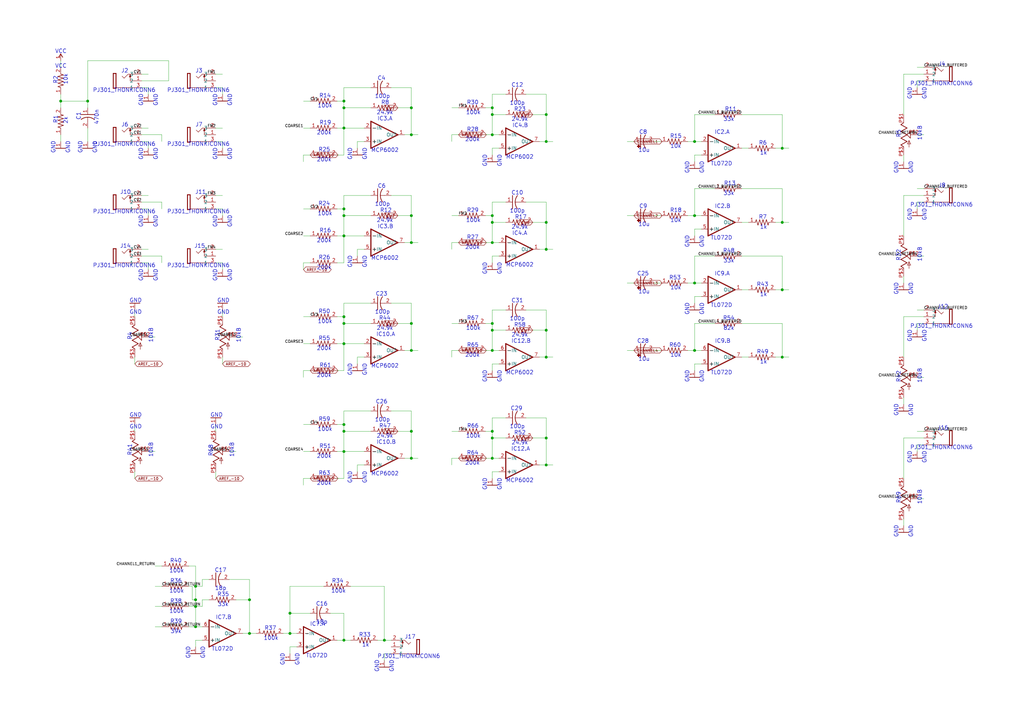
<source format=kicad_sch>
(kicad_sch (version 20231120) (generator "eeschema") (generator_version "8.0")
  (paper "User" 385.699 273.304)
  (junction (at 129.54 160.02))
  (junction (at 154.94 40.64))
  (junction (at 129.54 129.54))
  (junction (at 129.54 119.38))
  (junction (at 154.94 91.44))
  (junction (at 185.42 124.46))
  (junction (at 294.64 109.22))
  (junction (at 205.74 134.62))
  (junction (at 185.42 83.82))
  (junction (at 129.54 88.9))
  (junction (at 129.54 81.28))
  (junction (at 185.42 132.08))
  (junction (at 129.54 40.64))
  (junction (at 261.62 53.34))
  (junction (at 185.42 43.18))
  (junction (at 154.94 81.28))
  (junction (at 73.66 220.98))
  (junction (at 261.62 81.28))
  (junction (at 154.94 50.8))
  (junction (at 185.42 162.56))
  (junction (at 129.54 38.1))
  (junction (at 73.66 236.22))
  (junction (at 129.54 170.18))
  (junction (at 154.94 132.08))
  (junction (at 185.42 121.92))
  (junction (at 109.22 231.14))
  (junction (at 154.94 121.92))
  (junction (at 294.64 83.82))
  (junction (at 185.42 50.8))
  (junction (at 294.64 55.88))
  (junction (at 205.74 53.34))
  (junction (at 33.02 38.1))
  (junction (at 129.54 162.56))
  (junction (at 205.74 124.46))
  (junction (at 294.64 134.62))
  (junction (at 205.74 175.26))
  (junction (at 93.98 226.06))
  (junction (at 261.62 132.08))
  (junction (at 205.74 83.82))
  (junction (at 205.74 165.1))
  (junction (at 185.42 40.64))
  (junction (at 154.94 172.72))
  (junction (at 185.42 81.28))
  (junction (at 261.62 106.68))
  (junction (at 185.42 91.44))
  (junction (at 109.22 238.76))
  (junction (at 129.54 78.74))
  (junction (at 73.66 226.06))
  (junction (at 129.54 48.26))
  (junction (at 154.94 162.56))
  (junction (at 129.54 121.92))
  (junction (at 205.74 43.18))
  (junction (at 205.74 93.98))
  (junction (at 93.98 238.76))
  (junction (at 73.66 228.6))
  (junction (at 144.78 241.3))
  (junction (at 185.42 172.72))
  (junction (at 129.54 241.3))
  (junction (at 22.86 38.1))
  (junction (at 185.42 165.1))
  (wire (pts (xy 198.12 157.48) (xy 205.74 157.48)) (stroke (width 0.1)))
  (wire (pts (xy 185.42 132.08) (xy 187.96 132.08)) (stroke (width 0.1)))
  (wire (pts (xy 76.2 226.06) (xy 76.2 228.6)) (stroke (width 0.1)))
  (wire (pts (xy 137.16 175.26) (xy 134.62 175.26)) (stroke (width 0.1)))
  (wire (pts (xy 154.94 91.44) (xy 157.48 91.44)) (stroke (width 0.1)))
  (wire (pts (xy 55.88 170.18) (xy 58.42 170.18)) (stroke (width 0.1)))
  (wire (pts (xy 81.28 93.98) (xy 83.82 93.98)) (stroke (width 0.1)))
  (wire (pts (xy 33.02 48.26) (xy 33.02 53.34)) (stroke (width 0.1)))
  (wire (pts (xy 345.44 96.52) (xy 347.98 96.52)) (stroke (width 0.1)))
  (wire (pts (xy 88.9 127) (xy 91.44 127)) (stroke (width 0.1)))
  (wire (pts (xy 294.64 96.52) (xy 294.64 109.22)) (stroke (width 0.1)))
  (wire (pts (xy 22.86 38.1) (xy 33.02 38.1)) (stroke (width 0.1)))
  (wire (pts (xy 154.94 114.3) (xy 154.94 121.92)) (stroke (width 0.1)))
  (wire (pts (xy 154.94 81.28) (xy 154.94 91.44)) (stroke (width 0.1)))
  (wire (pts (xy 137.16 53.34) (xy 134.62 53.34)) (stroke (width 0.1)))
  (wire (pts (xy 76.2 228.6) (xy 73.66 228.6)) (stroke (width 0.1)))
  (wire (pts (xy 83.82 33.02) (xy 83.82 35.56)) (stroke (width 0.1)))
  (wire (pts (xy 205.74 43.18) (xy 205.74 53.34)) (stroke (width 0.1)))
  (wire (pts (xy 185.42 83.82) (xy 185.42 91.44)) (stroke (width 0.1)))
  (wire (pts (xy 53.34 50.8) (xy 60.96 50.8)) (stroke (width 0.1)))
  (wire (pts (xy 83.82 137.16) (xy 83.82 134.62)) (stroke (width 0.1)))
  (wire (pts (xy 129.54 180.34) (xy 127 180.34)) (stroke (width 0.1)))
  (wire (pts (xy 205.74 175.26) (xy 203.2 175.26)) (stroke (width 0.1)))
  (wire (pts (xy 347.98 30.48) (xy 345.44 30.48)) (stroke (width 0.1)))
  (wire (pts (xy 154.94 172.72) (xy 152.4 172.72)) (stroke (width 0.1)))
  (wire (pts (xy 72.39 226.06) (xy 73.66 226.06)) (stroke (width 0.1)))
  (wire (pts (xy 134.62 175.26) (xy 134.62 177.8)) (stroke (width 0.1)))
  (wire (pts (xy 139.7 73.66) (xy 129.54 73.66)) (stroke (width 0.1)))
  (wire (pts (xy 144.78 246.38) (xy 144.78 248.92)) (stroke (width 0.1)))
  (wire (pts (xy 200.66 83.82) (xy 205.74 83.82)) (stroke (width 0.1)))
  (wire (pts (xy 205.74 134.62) (xy 208.28 134.62)) (stroke (width 0.1)))
  (wire (pts (xy 154.94 73.66) (xy 154.94 81.28)) (stroke (width 0.1)))
  (wire (pts (xy 261.62 132.08) (xy 264.16 132.08)) (stroke (width 0.1)))
  (wire (pts (xy 340.36 119.38) (xy 340.36 134.62)) (stroke (width 0.1)))
  (wire (pts (xy 154.94 33.02) (xy 154.94 40.64)) (stroke (width 0.1)))
  (wire (pts (xy 22.86 38.1) (xy 22.86 40.64)) (stroke (width 0.1)))
  (wire (pts (xy 22.86 50.8) (xy 22.86 53.34)) (stroke (width 0.1)))
  (wire (pts (xy 190.5 35.56) (xy 185.42 35.56)) (stroke (width 0.1)))
  (wire (pts (xy 129.54 114.3) (xy 129.54 119.38)) (stroke (width 0.1)))
  (wire (pts (xy 185.42 50.8) (xy 187.96 50.8)) (stroke (width 0.1)))
  (wire (pts (xy 114.3 139.7) (xy 114.3 142.24)) (stroke (width 0.1)))
  (wire (pts (xy 144.78 241.3) (xy 142.24 241.3)) (stroke (width 0.1)))
  (wire (pts (xy 170.18 132.08) (xy 170.18 134.62)) (stroke (width 0.1)))
  (wire (pts (xy 205.74 175.26) (xy 208.28 175.26)) (stroke (width 0.1)))
  (wire (pts (xy 22.86 35.56) (xy 22.86 38.1)) (stroke (width 0.1)))
  (wire (pts (xy 190.5 157.48) (xy 185.42 157.48)) (stroke (width 0.1)))
  (wire (pts (xy 294.64 55.88) (xy 297.18 55.88)) (stroke (width 0.1)))
  (wire (pts (xy 347.98 73.66) (xy 340.36 73.66)) (stroke (width 0.1)))
  (wire (pts (xy 238.76 106.68) (xy 236.22 106.68)) (stroke (width 0.1)))
  (wire (pts (xy 261.62 53.34) (xy 264.16 53.34)) (stroke (width 0.1)))
  (wire (pts (xy 129.54 160.02) (xy 129.54 162.56)) (stroke (width 0.1)))
  (wire (pts (xy 172.72 91.44) (xy 170.18 91.44)) (stroke (width 0.1)))
  (wire (pts (xy 205.74 157.48) (xy 205.74 165.1)) (stroke (width 0.1)))
  (wire (pts (xy 185.42 76.2) (xy 185.42 81.28)) (stroke (width 0.1)))
  (wire (pts (xy 340.36 104.14) (xy 340.36 106.68)) (stroke (width 0.1)))
  (wire (pts (xy 129.54 78.74) (xy 127 78.74)) (stroke (width 0.1)))
  (wire (pts (xy 190.5 116.84) (xy 185.42 116.84)) (stroke (width 0.1)))
  (wire (pts (xy 187.96 55.88) (xy 185.42 55.88)) (stroke (width 0.1)))
  (wire (pts (xy 53.34 27.94) (xy 55.88 27.94)) (stroke (width 0.1)))
  (wire (pts (xy 53.34 76.2) (xy 60.96 76.2)) (stroke (width 0.1)))
  (wire (pts (xy 53.34 73.66) (xy 55.88 73.66)) (stroke (width 0.1)))
  (wire (pts (xy 347.98 162.56) (xy 345.44 162.56)) (stroke (width 0.1)))
  (wire (pts (xy 109.22 238.76) (xy 111.76 238.76)) (stroke (width 0.1)))
  (wire (pts (xy 55.88 127) (xy 58.42 127)) (stroke (width 0.1)))
  (wire (pts (xy 190.5 83.82) (xy 185.42 83.82)) (stroke (width 0.1)))
  (wire (pts (xy 147.32 246.38) (xy 144.78 246.38)) (stroke (width 0.1)))
  (wire (pts (xy 33.02 22.86) (xy 63.5 22.86)) (stroke (width 0.1)))
  (wire (pts (xy 279.4 83.82) (xy 281.94 83.82)) (stroke (width 0.1)))
  (wire (pts (xy 154.94 172.72) (xy 157.48 172.72)) (stroke (width 0.1)))
  (wire (pts (xy 50.8 180.34) (xy 50.8 177.8)) (stroke (width 0.1)))
  (wire (pts (xy 73.66 213.36) (xy 73.66 220.98)) (stroke (width 0.1)))
  (wire (pts (xy 137.16 93.98) (xy 134.62 93.98)) (stroke (width 0.1)))
  (wire (pts (xy 200.66 43.18) (xy 205.74 43.18)) (stroke (width 0.1)))
  (wire (pts (xy 205.74 93.98) (xy 208.28 93.98)) (stroke (width 0.1)))
  (wire (pts (xy 345.44 142.24) (xy 347.98 142.24)) (stroke (width 0.1)))
  (wire (pts (xy 246.38 53.34) (xy 248.92 53.34)) (stroke (width 0.1)))
  (wire (pts (xy 187.96 137.16) (xy 185.42 137.16)) (stroke (width 0.1)))
  (wire (pts (xy 76.2 236.22) (xy 73.66 236.22)) (stroke (width 0.1)))
  (wire (pts (xy 182.88 162.56) (xy 185.42 162.56)) (stroke (width 0.1)))
  (wire (pts (xy 114.3 99.06) (xy 116.84 99.06)) (stroke (width 0.1)))
  (wire (pts (xy 129.54 99.06) (xy 127 99.06)) (stroke (width 0.1)))
  (wire (pts (xy 129.54 48.26) (xy 129.54 58.42)) (stroke (width 0.1)))
  (wire (pts (xy 172.72 162.56) (xy 170.18 162.56)) (stroke (width 0.1)))
  (wire (pts (xy 129.54 121.92) (xy 129.54 129.54)) (stroke (width 0.1)))
  (wire (pts (xy 170.18 91.44) (xy 170.18 93.98)) (stroke (width 0.1)))
  (wire (pts (xy 261.62 81.28) (xy 261.62 71.12)) (stroke (width 0.1)))
  (wire (pts (xy 139.7 154.94) (xy 129.54 154.94)) (stroke (width 0.1)))
  (wire (pts (xy 129.54 129.54) (xy 137.16 129.54)) (stroke (width 0.1)))
  (wire (pts (xy 261.62 53.34) (xy 261.62 43.18)) (stroke (width 0.1)))
  (wire (pts (xy 345.44 76.2) (xy 345.44 78.74)) (stroke (width 0.1)))
  (wire (pts (xy 93.98 226.06) (xy 93.98 238.76)) (stroke (width 0.1)))
  (wire (pts (xy 81.28 99.06) (xy 83.82 99.06)) (stroke (width 0.1)))
  (wire (pts (xy 116.84 58.42) (xy 114.3 58.42)) (stroke (width 0.1)))
  (wire (pts (xy 114.3 170.18) (xy 116.84 170.18)) (stroke (width 0.1)))
  (wire (pts (xy 205.74 124.46) (xy 205.74 134.62)) (stroke (width 0.1)))
  (wire (pts (xy 347.98 27.94) (xy 340.36 27.94)) (stroke (width 0.1)))
  (wire (pts (xy 116.84 139.7) (xy 114.3 139.7)) (stroke (width 0.1)))
  (wire (pts (xy 198.12 35.56) (xy 205.74 35.56)) (stroke (width 0.1)))
  (wire (pts (xy 261.62 137.16) (xy 261.62 139.7)) (stroke (width 0.1)))
  (wire (pts (xy 154.94 91.44) (xy 152.4 91.44)) (stroke (width 0.1)))
  (wire (pts (xy 129.54 170.18) (xy 129.54 180.34)) (stroke (width 0.1)))
  (wire (pts (xy 129.54 40.64) (xy 139.7 40.64)) (stroke (width 0.1)))
  (wire (pts (xy 347.98 119.38) (xy 340.36 119.38)) (stroke (width 0.1)))
  (wire (pts (xy 73.66 226.06) (xy 73.66 228.6)) (stroke (width 0.1)))
  (wire (pts (xy 109.22 243.84) (xy 109.22 246.38)) (stroke (width 0.1)))
  (wire (pts (xy 340.36 58.42) (xy 340.36 60.96)) (stroke (width 0.1)))
  (wire (pts (xy 73.66 220.98) (xy 73.66 226.06)) (stroke (width 0.1)))
  (wire (pts (xy 182.88 40.64) (xy 185.42 40.64)) (stroke (width 0.1)))
  (wire (pts (xy 129.54 119.38) (xy 129.54 121.92)) (stroke (width 0.1)))
  (wire (pts (xy 149.86 121.92) (xy 154.94 121.92)) (stroke (width 0.1)))
  (wire (pts (xy 33.02 38.1) (xy 33.02 22.86)) (stroke (width 0.1)))
  (wire (pts (xy 294.64 43.18) (xy 294.64 55.88)) (stroke (width 0.1)))
  (wire (pts (xy 93.98 238.76) (xy 91.44 238.76)) (stroke (width 0.1)))
  (wire (pts (xy 294.64 109.22) (xy 292.1 109.22)) (stroke (width 0.1)))
  (wire (pts (xy 81.28 53.34) (xy 83.82 53.34)) (stroke (width 0.1)))
  (wire (pts (xy 73.66 236.22) (xy 71.12 236.22)) (stroke (width 0.1)))
  (wire (pts (xy 139.7 114.3) (xy 129.54 114.3)) (stroke (width 0.1)))
  (wire (pts (xy 294.64 134.62) (xy 292.1 134.62)) (stroke (width 0.1)))
  (wire (pts (xy 185.42 55.88) (xy 185.42 58.42)) (stroke (width 0.1)))
  (wire (pts (xy 127 170.18) (xy 129.54 170.18)) (stroke (width 0.1)))
  (wire (pts (xy 185.42 121.92) (xy 185.42 124.46)) (stroke (width 0.1)))
  (wire (pts (xy 340.36 27.94) (xy 340.36 43.18)) (stroke (width 0.1)))
  (wire (pts (xy 53.34 99.06) (xy 55.88 99.06)) (stroke (width 0.1)))
  (wire (pts (xy 340.36 73.66) (xy 340.36 88.9)) (stroke (width 0.1)))
  (wire (pts (xy 60.96 76.2) (xy 60.96 78.74)) (stroke (width 0.1)))
  (wire (pts (xy 129.54 88.9) (xy 137.16 88.9)) (stroke (width 0.1)))
  (wire (pts (xy 33.02 38.1) (xy 33.02 40.64)) (stroke (width 0.1)))
  (wire (pts (xy 205.74 134.62) (xy 203.2 134.62)) (stroke (width 0.1)))
  (wire (pts (xy 116.84 119.38) (xy 114.3 119.38)) (stroke (width 0.1)))
  (wire (pts (xy 200.66 124.46) (xy 205.74 124.46)) (stroke (width 0.1)))
  (wire (pts (xy 109.22 220.98) (xy 109.22 231.14)) (stroke (width 0.1)))
  (wire (pts (xy 185.42 35.56) (xy 185.42 40.64)) (stroke (width 0.1)))
  (wire (pts (xy 200.66 165.1) (xy 205.74 165.1)) (stroke (width 0.1)))
  (wire (pts (xy 185.42 177.8) (xy 185.42 180.34)) (stroke (width 0.1)))
  (wire (pts (xy 279.4 109.22) (xy 281.94 109.22)) (stroke (width 0.1)))
  (wire (pts (xy 185.42 91.44) (xy 182.88 91.44)) (stroke (width 0.1)))
  (wire (pts (xy 154.94 162.56) (xy 154.94 172.72)) (stroke (width 0.1)))
  (wire (pts (xy 340.36 149.86) (xy 340.36 152.4)) (stroke (width 0.1)))
  (wire (pts (xy 116.84 180.34) (xy 114.3 180.34)) (stroke (width 0.1)))
  (wire (pts (xy 185.42 124.46) (xy 185.42 132.08)) (stroke (width 0.1)))
  (wire (pts (xy 137.16 134.62) (xy 134.62 134.62)) (stroke (width 0.1)))
  (wire (pts (xy 129.54 38.1) (xy 127 38.1)) (stroke (width 0.1)))
  (wire (pts (xy 147.32 33.02) (xy 154.94 33.02)) (stroke (width 0.1)))
  (wire (pts (xy 261.62 96.52) (xy 269.24 96.52)) (stroke (width 0.1)))
  (wire (pts (xy 81.28 78.74) (xy 83.82 78.74)) (stroke (width 0.1)))
  (wire (pts (xy 246.38 132.08) (xy 248.92 132.08)) (stroke (width 0.1)))
  (wire (pts (xy 205.74 53.34) (xy 208.28 53.34)) (stroke (width 0.1)))
  (wire (pts (xy 81.28 33.02) (xy 83.82 33.02)) (stroke (width 0.1)))
  (wire (pts (xy 78.74 218.44) (xy 76.2 218.44)) (stroke (width 0.1)))
  (wire (pts (xy 172.72 50.8) (xy 170.18 50.8)) (stroke (width 0.1)))
  (wire (pts (xy 81.28 73.66) (xy 83.82 73.66)) (stroke (width 0.1)))
  (wire (pts (xy 83.82 99.06) (xy 83.82 101.6)) (stroke (width 0.1)))
  (wire (pts (xy 129.54 40.64) (xy 129.54 48.26)) (stroke (width 0.1)))
  (wire (pts (xy 149.86 81.28) (xy 154.94 81.28)) (stroke (width 0.1)))
  (wire (pts (xy 147.32 241.3) (xy 144.78 241.3)) (stroke (width 0.1)))
  (wire (pts (xy 185.42 172.72) (xy 182.88 172.72)) (stroke (width 0.1)))
  (wire (pts (xy 185.42 162.56) (xy 185.42 165.1)) (stroke (width 0.1)))
  (wire (pts (xy 264.16 86.36) (xy 261.62 86.36)) (stroke (width 0.1)))
  (wire (pts (xy 53.34 53.34) (xy 55.88 53.34)) (stroke (width 0.1)))
  (wire (pts (xy 114.3 101.6) (xy 114.3 99.06)) (stroke (width 0.1)))
  (wire (pts (xy 246.38 106.68) (xy 248.92 106.68)) (stroke (width 0.1)))
  (wire (pts (xy 294.64 83.82) (xy 297.18 83.82)) (stroke (width 0.1)))
  (wire (pts (xy 114.3 58.42) (xy 114.3 60.96)) (stroke (width 0.1)))
  (wire (pts (xy 172.72 172.72) (xy 170.18 172.72)) (stroke (width 0.1)))
  (wire (pts (xy 129.54 170.18) (xy 137.16 170.18)) (stroke (width 0.1)))
  (wire (pts (xy 76.2 220.98) (xy 73.66 220.98)) (stroke (width 0.1)))
  (wire (pts (xy 279.4 96.52) (xy 294.64 96.52)) (stroke (width 0.1)))
  (wire (pts (xy 134.62 93.98) (xy 134.62 96.52)) (stroke (width 0.1)))
  (wire (pts (xy 93.98 238.76) (xy 96.52 238.76)) (stroke (width 0.1)))
  (wire (pts (xy 129.54 58.42) (xy 127 58.42)) (stroke (width 0.1)))
  (wire (pts (xy 147.32 154.94) (xy 154.94 154.94)) (stroke (width 0.1)))
  (wire (pts (xy 154.94 50.8) (xy 152.4 50.8)) (stroke (width 0.1)))
  (wire (pts (xy 182.88 81.28) (xy 185.42 81.28)) (stroke (width 0.1)))
  (wire (pts (xy 139.7 121.92) (xy 129.54 121.92)) (stroke (width 0.1)))
  (wire (pts (xy 279.4 55.88) (xy 281.94 55.88)) (stroke (width 0.1)))
  (wire (pts (xy 129.54 154.94) (xy 129.54 160.02)) (stroke (width 0.1)))
  (wire (pts (xy 86.36 218.44) (xy 93.98 218.44)) (stroke (width 0.1)))
  (wire (pts (xy 340.36 165.1) (xy 340.36 180.34)) (stroke (width 0.1)))
  (wire (pts (xy 172.72 132.08) (xy 170.18 132.08)) (stroke (width 0.1)))
  (wire (pts (xy 60.96 96.52) (xy 60.96 99.06)) (stroke (width 0.1)))
  (wire (pts (xy 185.42 172.72) (xy 187.96 172.72)) (stroke (width 0.1)))
  (wire (pts (xy 347.98 121.92) (xy 345.44 121.92)) (stroke (width 0.1)))
  (wire (pts (xy 205.74 76.2) (xy 205.74 83.82)) (stroke (width 0.1)))
  (wire (pts (xy 261.62 106.68) (xy 264.16 106.68)) (stroke (width 0.1)))
  (wire (pts (xy 205.74 83.82) (xy 205.74 93.98)) (stroke (width 0.1)))
  (wire (pts (xy 340.36 195.58) (xy 340.36 198.12)) (stroke (width 0.1)))
  (wire (pts (xy 205.74 165.1) (xy 205.74 175.26)) (stroke (width 0.1)))
  (wire (pts (xy 71.12 228.6) (xy 73.66 228.6)) (stroke (width 0.1)))
  (wire (pts (xy 154.94 132.08) (xy 157.48 132.08)) (stroke (width 0.1)))
  (wire (pts (xy 279.4 71.12) (xy 294.64 71.12)) (stroke (width 0.1)))
  (wire (pts (xy 71.12 220.98) (xy 72.39 220.98)) (stroke (width 0.1)))
  (wire (pts (xy 259.08 81.28) (xy 261.62 81.28)) (stroke (width 0.1)))
  (wire (pts (xy 114.3 88.9) (xy 116.84 88.9)) (stroke (width 0.1)))
  (wire (pts (xy 127 129.54) (xy 129.54 129.54)) (stroke (width 0.1)))
  (wire (pts (xy 347.98 167.64) (xy 345.44 167.64)) (stroke (width 0.1)))
  (wire (pts (xy 55.88 33.02) (xy 55.88 35.56)) (stroke (width 0.1)))
  (wire (pts (xy 134.62 134.62) (xy 134.62 137.16)) (stroke (width 0.1)))
  (wire (pts (xy 50.8 137.16) (xy 50.8 134.62)) (stroke (width 0.1)))
  (wire (pts (xy 185.42 40.64) (xy 185.42 43.18)) (stroke (width 0.1)))
  (wire (pts (xy 205.74 116.84) (xy 205.74 124.46)) (stroke (width 0.1)))
  (wire (pts (xy 190.5 165.1) (xy 185.42 165.1)) (stroke (width 0.1)))
  (wire (pts (xy 129.54 48.26) (xy 137.16 48.26)) (stroke (width 0.1)))
  (wire (pts (xy 129.54 81.28) (xy 129.54 88.9)) (stroke (width 0.1)))
  (wire (pts (xy 347.98 165.1) (xy 340.36 165.1)) (stroke (width 0.1)))
  (wire (pts (xy 121.92 220.98) (xy 109.22 220.98)) (stroke (width 0.1)))
  (wire (pts (xy 261.62 111.76) (xy 261.62 114.3)) (stroke (width 0.1)))
  (wire (pts (xy 53.34 48.26) (xy 55.88 48.26)) (stroke (width 0.1)))
  (wire (pts (xy 129.54 129.54) (xy 129.54 139.7)) (stroke (width 0.1)))
  (wire (pts (xy 190.5 76.2) (xy 185.42 76.2)) (stroke (width 0.1)))
  (wire (pts (xy 114.3 48.26) (xy 116.84 48.26)) (stroke (width 0.1)))
  (wire (pts (xy 73.66 241.3) (xy 73.66 243.84)) (stroke (width 0.1)))
  (wire (pts (xy 172.72 121.92) (xy 170.18 121.92)) (stroke (width 0.1)))
  (wire (pts (xy 124.46 231.14) (xy 129.54 231.14)) (stroke (width 0.1)))
  (wire (pts (xy 111.76 243.84) (xy 109.22 243.84)) (stroke (width 0.1)))
  (wire (pts (xy 76.2 241.3) (xy 73.66 241.3)) (stroke (width 0.1)))
  (wire (pts (xy 129.54 119.38) (xy 127 119.38)) (stroke (width 0.1)))
  (wire (pts (xy 238.76 53.34) (xy 236.22 53.34)) (stroke (width 0.1)))
  (wire (pts (xy 279.4 43.18) (xy 294.64 43.18)) (stroke (width 0.1)))
  (wire (pts (xy 294.64 83.82) (xy 292.1 83.82)) (stroke (width 0.1)))
  (wire (pts (xy 294.64 71.12) (xy 294.64 83.82)) (stroke (width 0.1)))
  (wire (pts (xy 71.12 213.36) (xy 73.66 213.36)) (stroke (width 0.1)))
  (wire (pts (xy 134.62 53.34) (xy 134.62 55.88)) (stroke (width 0.1)))
  (wire (pts (xy 190.5 43.18) (xy 185.42 43.18)) (stroke (width 0.1)))
  (wire (pts (xy 294.64 134.62) (xy 297.18 134.62)) (stroke (width 0.1)))
  (wire (pts (xy 187.96 177.8) (xy 185.42 177.8)) (stroke (width 0.1)))
  (wire (pts (xy 53.34 93.98) (xy 55.88 93.98)) (stroke (width 0.1)))
  (wire (pts (xy 261.62 81.28) (xy 264.16 81.28)) (stroke (width 0.1)))
  (wire (pts (xy 116.84 78.74) (xy 114.3 78.74)) (stroke (width 0.1)))
  (wire (pts (xy 172.72 40.64) (xy 170.18 40.64)) (stroke (width 0.1)))
  (wire (pts (xy 264.16 137.16) (xy 261.62 137.16)) (stroke (width 0.1)))
  (wire (pts (xy 127 88.9) (xy 129.54 88.9)) (stroke (width 0.1)))
  (wire (pts (xy 147.32 73.66) (xy 154.94 73.66)) (stroke (width 0.1)))
  (wire (pts (xy 294.64 121.92) (xy 294.64 134.62)) (stroke (width 0.1)))
  (wire (pts (xy 185.42 116.84) (xy 185.42 121.92)) (stroke (width 0.1)))
  (wire (pts (xy 22.86 25.4) (xy 22.86 22.86)) (stroke (width 0.1)))
  (wire (pts (xy 129.54 33.02) (xy 129.54 38.1)) (stroke (width 0.1)))
  (wire (pts (xy 238.76 81.28) (xy 236.22 81.28)) (stroke (width 0.1)))
  (wire (pts (xy 185.42 81.28) (xy 185.42 83.82)) (stroke (width 0.1)))
  (wire (pts (xy 129.54 139.7) (xy 127 139.7)) (stroke (width 0.1)))
  (wire (pts (xy 53.34 33.02) (xy 55.88 33.02)) (stroke (width 0.1)))
  (wire (pts (xy 185.42 96.52) (xy 185.42 99.06)) (stroke (width 0.1)))
  (wire (pts (xy 261.62 106.68) (xy 261.62 96.52)) (stroke (width 0.1)))
  (wire (pts (xy 261.62 121.92) (xy 269.24 121.92)) (stroke (width 0.1)))
  (wire (pts (xy 106.68 238.76) (xy 109.22 238.76)) (stroke (width 0.1)))
  (wire (pts (xy 55.88 78.74) (xy 55.88 81.28)) (stroke (width 0.1)))
  (wire (pts (xy 58.42 213.36) (xy 60.96 213.36)) (stroke (width 0.1)))
  (wire (pts (xy 347.98 71.12) (xy 345.44 71.12)) (stroke (width 0.1)))
  (wire (pts (xy 185.42 165.1) (xy 185.42 172.72)) (stroke (width 0.1)))
  (wire (pts (xy 88.9 226.06) (xy 93.98 226.06)) (stroke (width 0.1)))
  (wire (pts (xy 83.82 119.38) (xy 83.82 116.84)) (stroke (width 0.1)))
  (wire (pts (xy 144.78 220.98) (xy 144.78 241.3)) (stroke (width 0.1)))
  (wire (pts (xy 264.16 111.76) (xy 261.62 111.76)) (stroke (width 0.1)))
  (wire (pts (xy 81.28 180.34) (xy 81.28 177.8)) (stroke (width 0.1)))
  (wire (pts (xy 139.7 162.56) (xy 129.54 162.56)) (stroke (width 0.1)))
  (wire (pts (xy 185.42 43.18) (xy 185.42 50.8)) (stroke (width 0.1)))
  (wire (pts (xy 81.28 27.94) (xy 83.82 27.94)) (stroke (width 0.1)))
  (wire (pts (xy 185.42 157.48) (xy 185.42 162.56)) (stroke (width 0.1)))
  (wire (pts (xy 190.5 124.46) (xy 185.42 124.46)) (stroke (width 0.1)))
  (wire (pts (xy 50.8 119.38) (xy 50.8 116.84)) (stroke (width 0.1)))
  (wire (pts (xy 185.42 132.08) (xy 182.88 132.08)) (stroke (width 0.1)))
  (wire (pts (xy 149.86 162.56) (xy 154.94 162.56)) (stroke (width 0.1)))
  (wire (pts (xy 93.98 218.44) (xy 93.98 226.06)) (stroke (width 0.1)))
  (wire (pts (xy 116.84 231.14) (xy 109.22 231.14)) (stroke (width 0.1)))
  (wire (pts (xy 279.4 134.62) (xy 281.94 134.62)) (stroke (width 0.1)))
  (wire (pts (xy 345.44 50.8) (xy 347.98 50.8)) (stroke (width 0.1)))
  (wire (pts (xy 187.96 96.52) (xy 185.42 96.52)) (stroke (width 0.1)))
  (wire (pts (xy 149.86 40.64) (xy 154.94 40.64)) (stroke (width 0.1)))
  (wire (pts (xy 55.88 99.06) (xy 55.88 101.6)) (stroke (width 0.1)))
  (wire (pts (xy 261.62 71.12) (xy 269.24 71.12)) (stroke (width 0.1)))
  (wire (pts (xy 83.82 53.34) (xy 83.82 55.88)) (stroke (width 0.1)))
  (wire (pts (xy 60.96 236.22) (xy 58.42 236.22)) (stroke (width 0.1)))
  (wire (pts (xy 129.54 81.28) (xy 129.54 78.74)) (stroke (width 0.1)))
  (wire (pts (xy 246.38 81.28) (xy 248.92 81.28)) (stroke (width 0.1)))
  (wire (pts (xy 139.7 81.28) (xy 129.54 81.28)) (stroke (width 0.1)))
  (wire (pts (xy 198.12 76.2) (xy 205.74 76.2)) (stroke (width 0.1)))
  (wire (pts (xy 264.16 58.42) (xy 261.62 58.42)) (stroke (width 0.1)))
  (wire (pts (xy 53.34 96.52) (xy 60.96 96.52)) (stroke (width 0.1)))
  (wire (pts (xy 73.66 228.6) (xy 73.66 236.22)) (stroke (width 0.1)))
  (wire (pts (xy 114.3 129.54) (xy 116.84 129.54)) (stroke (width 0.1)))
  (wire (pts (xy 185.42 91.44) (xy 187.96 91.44)) (stroke (width 0.1)))
  (wire (pts (xy 172.72 81.28) (xy 170.18 81.28)) (stroke (width 0.1)))
  (wire (pts (xy 132.08 220.98) (xy 144.78 220.98)) (stroke (width 0.1)))
  (wire (pts (xy 347.98 116.84) (xy 345.44 116.84)) (stroke (width 0.1)))
  (wire (pts (xy 345.44 167.64) (xy 345.44 170.18)) (stroke (width 0.1)))
  (wire (pts (xy 60.96 220.98) (xy 58.42 220.98)) (stroke (width 0.1)))
  (wire (pts (xy 129.54 88.9) (xy 129.54 99.06)) (stroke (width 0.1)))
  (wire (pts (xy 154.94 50.8) (xy 157.48 50.8)) (stroke (width 0.1)))
  (wire (pts (xy 259.08 53.34) (xy 261.62 53.34)) (stroke (width 0.1)))
  (wire (pts (xy 170.18 50.8) (xy 170.18 53.34)) (stroke (width 0.1)))
  (wire (pts (xy 345.44 30.48) (xy 345.44 33.02)) (stroke (width 0.1)))
  (wire (pts (xy 81.28 162.56) (xy 81.28 160.02)) (stroke (width 0.1)))
  (wire (pts (xy 154.94 154.94) (xy 154.94 162.56)) (stroke (width 0.1)))
  (wire (pts (xy 129.54 162.56) (xy 129.54 170.18)) (stroke (width 0.1)))
  (wire (pts (xy 129.54 38.1) (xy 129.54 40.64)) (stroke (width 0.1)))
  (wire (pts (xy 83.82 78.74) (xy 83.82 81.28)) (stroke (width 0.1)))
  (wire (pts (xy 60.96 50.8) (xy 60.96 53.34)) (stroke (width 0.1)))
  (wire (pts (xy 261.62 132.08) (xy 261.62 121.92)) (stroke (width 0.1)))
  (wire (pts (xy 53.34 78.74) (xy 55.88 78.74)) (stroke (width 0.1)))
  (wire (pts (xy 185.42 50.8) (xy 182.88 50.8)) (stroke (width 0.1)))
  (wire (pts (xy 129.54 73.66) (xy 129.54 78.74)) (stroke (width 0.1)))
  (wire (pts (xy 63.5 22.86) (xy 63.5 30.48)) (stroke (width 0.1)))
  (wire (pts (xy 116.84 160.02) (xy 114.3 160.02)) (stroke (width 0.1)))
  (wire (pts (xy 170.18 172.72) (xy 170.18 175.26)) (stroke (width 0.1)))
  (wire (pts (xy 205.74 93.98) (xy 203.2 93.98)) (stroke (width 0.1)))
  (wire (pts (xy 129.54 160.02) (xy 127 160.02)) (stroke (width 0.1)))
  (wire (pts (xy 198.12 116.84) (xy 205.74 116.84)) (stroke (width 0.1)))
  (wire (pts (xy 50.8 162.56) (xy 50.8 160.02)) (stroke (width 0.1)))
  (wire (pts (xy 345.44 187.96) (xy 347.98 187.96)) (stroke (width 0.1)))
  (wire (pts (xy 205.74 35.56) (xy 205.74 43.18)) (stroke (width 0.1)))
  (wire (pts (xy 114.3 180.34) (xy 114.3 182.88)) (stroke (width 0.1)))
  (wire (pts (xy 154.94 132.08) (xy 152.4 132.08)) (stroke (width 0.1)))
  (wire (pts (xy 347.98 25.4) (xy 345.44 25.4)) (stroke (width 0.1)))
  (wire (pts (xy 72.39 220.98) (xy 72.39 226.06)) (stroke (width 0.1)))
  (wire (pts (xy 154.94 121.92) (xy 154.94 132.08)) (stroke (width 0.1)))
  (wire (pts (xy 109.22 231.14) (xy 109.22 238.76)) (stroke (width 0.1)))
  (wire (pts (xy 259.08 106.68) (xy 261.62 106.68)) (stroke (width 0.1)))
  (wire (pts (xy 76.2 218.44) (xy 76.2 220.98)) (stroke (width 0.1)))
  (wire (pts (xy 205.74 53.34) (xy 203.2 53.34)) (stroke (width 0.1)))
  (wire (pts (xy 345.44 121.92) (xy 345.44 124.46)) (stroke (width 0.1)))
  (wire (pts (xy 238.76 132.08) (xy 236.22 132.08)) (stroke (width 0.1)))
  (wire (pts (xy 127 48.26) (xy 129.54 48.26)) (stroke (width 0.1)))
  (wire (pts (xy 78.74 226.06) (xy 76.2 226.06)) (stroke (width 0.1)))
  (wire (pts (xy 261.62 86.36) (xy 261.62 88.9)) (stroke (width 0.1)))
  (wire (pts (xy 279.4 121.92) (xy 294.64 121.92)) (stroke (width 0.1)))
  (wire (pts (xy 294.64 55.88) (xy 292.1 55.88)) (stroke (width 0.1)))
  (wire (pts (xy 185.42 121.92) (xy 182.88 121.92)) (stroke (width 0.1)))
  (wire (pts (xy 261.62 58.42) (xy 261.62 60.96)) (stroke (width 0.1)))
  (wire (pts (xy 139.7 33.02) (xy 129.54 33.02)) (stroke (width 0.1)))
  (wire (pts (xy 81.28 48.26) (xy 83.82 48.26)) (stroke (width 0.1)))
  (wire (pts (xy 294.64 109.22) (xy 297.18 109.22)) (stroke (width 0.1)))
  (wire (pts (xy 127 241.3) (xy 129.54 241.3)) (stroke (width 0.1)))
  (wire (pts (xy 185.42 137.16) (xy 185.42 139.7)) (stroke (width 0.1)))
  (wire (pts (xy 259.08 132.08) (xy 261.62 132.08)) (stroke (width 0.1)))
  (wire (pts (xy 147.32 114.3) (xy 154.94 114.3)) (stroke (width 0.1)))
  (wire (pts (xy 60.96 228.6) (xy 58.42 228.6)) (stroke (width 0.1)))
  (wire (pts (xy 261.62 43.18) (xy 269.24 43.18)) (stroke (width 0.1)))
  (wire (pts (xy 55.88 53.34) (xy 55.88 55.88)) (stroke (width 0.1)))
  (wire (pts (xy 116.84 38.1) (xy 114.3 38.1)) (stroke (width 0.1)))
  (wire (pts (xy 129.54 241.3) (xy 132.08 241.3)) (stroke (width 0.1)))
  (wire (pts (xy 347.98 76.2) (xy 345.44 76.2)) (stroke (width 0.1)))
  (wire (pts (xy 154.94 40.64) (xy 154.94 50.8)) (stroke (width 0.1)))
  (wire (pts (xy 86.36 170.18) (xy 88.9 170.18)) (stroke (width 0.1)))
  (wire (pts (xy 63.5 30.48) (xy 53.34 30.48)) (stroke (width 0.1)))
  (wire (pts (xy 129.54 231.14) (xy 129.54 241.3)) (stroke (width 0.1)))
  (text "GND" (at 57.785 85.858 90) (effects (font (size 1.48 1.48)) (justify left top)))
  (text "PJ301_THONKICONN6" (at 342.801 76.454 0) (effects (font (size 1.48 1.48)) (justify left top)))
  (text "GND" (at 142.875 253.498 90) (effects (font (size 1.48 1.48)) (justify left bottom)))
  (text "R50" (at 119.918 118.364 0) (effects (font (size 1.48 1.48)) (justify left bottom)))
  (text "TL072D" (at 115.214 246.38 0) (effects (font (size 1.48 1.48)) (justify left top)))
  (text "R7" (at 285.764 82.804 0) (effects (font (size 1.48 1.48)) (justify left bottom)))
  (text "100k" (at 119.61 161.036 0) (effects (font (size 1.48 1.48)) (justify left top)))
  (text "GND" (at 263.525 144.278 90) (effects (font (size 1.48 1.48)) (justify left top)))
  (text "R39" (at 64.074 235.204 0) (effects (font (size 1.48 1.48)) (justify left bottom)))
  (text "GND" (at 187.325 144.278 90) (effects (font (size 1.48 1.48)) (justify left top)))
  (text "GND" (at 146.685 253.498 90) (effects (font (size 1.48 1.48)) (justify left top)))
  (text "24.9k" (at 192.633 166.116 0) (effects (font (size 1.48 1.48)) (justify left top)))
  (text "100p" (at 191.962 38.1 0) (effects (font (size 1.48 1.48)) (justify left top)))
  (text "R69" (at 339.344 189.889 90) (effects (font (size 1.48 1.48)) (justify left bottom)))
  (text "R24" (at 119.882 77.724 0) (effects (font (size 1.48 1.48)) (justify left bottom)))
  (text "C6" (at 142.255 71.12 0) (effects (font (size 1.48 1.48)) (justify left bottom)))
  (text "R48" (at 272.283 95.504 0) (effects (font (size 1.48 1.48)) (justify left bottom)))
  (text "R38" (at 64.039 227.584 0) (effects (font (size 1.48 1.48)) (justify left bottom)))
  (text "J15" (at 73.149 93.726 0) (effects (font (size 1.48 1.48)) (justify left bottom)))
  (text "J10" (at 45.209 73.406 0) (effects (font (size 1.48 1.48)) (justify left bottom)))
  (text "GND" (at 343.535 174.758 90) (effects (font (size 1.48 1.48)) (justify left bottom)))
  (text "200k" (at 119.282 171.196 0) (effects (font (size 1.48 1.48)) (justify left top)))
  (text "1k" (at 286.201 135.636 0) (effects (font (size 1.48 1.48)) (justify left top)))
  (text "470n" (at 35.56 47.124 90) (effects (font (size 1.48 1.48)) (justify left top)))
  (text "R63" (at 119.955 179.324 0) (effects (font (size 1.48 1.48)) (justify left bottom)))
  (text "R13" (at 272.646 70.104 0) (effects (font (size 1.48 1.48)) (justify left bottom)))
  (text "J3" (at 73.567 27.686 0) (effects (font (size 1.48 1.48)) (justify left bottom)))
  (text "GND" (at 347.345 37.598 90) (effects (font (size 1.48 1.48)) (justify left top)))
  (text "R43" (at 284.982 108.204 0) (effects (font (size 1.48 1.48)) (justify left bottom)))
  (text "R61" (at 120.283 138.684 0) (effects (font (size 1.48 1.48)) (justify left bottom)))
  (text "R52" (at 193.578 164.084 0) (effects (font (size 1.48 1.48)) (justify left bottom)))
  (text "R2" (at 21.844 31.736 90) (effects (font (size 1.48 1.48)) (justify left bottom)))
  (text "GND" (at 24.765 57.918 90) (effects (font (size 1.48 1.48)) (justify left top)))
  (text "10k" (at 252.435 107.696 0) (effects (font (size 1.48 1.48)) (justify left top)))
  (text "10u" (at 240.417 55.88 0) (effects (font (size 1.48 1.48)) (justify left top)))
  (text "GND" (at 259.715 118.878 90) (effects (font (size 1.48 1.48)) (justify left bottom)))
  (text "100k" (at 175.49 122.936 0) (effects (font (size 1.48 1.48)) (justify left top)))
  (text "MCP6002" (at 190.524 139.7 0) (effects (font (size 1.48 1.48)) (justify left top)))
  (text "10k" (at 252.435 54.356 0) (effects (font (size 1.48 1.48)) (justify left top)))
  (text "10u" (at 240.417 134.62 0) (effects (font (size 1.48 1.48)) (justify left top)))
  (text "100k" (at 175.49 41.656 0) (effects (font (size 1.48 1.48)) (justify left top)))
  (text "GND" (at 132.715 141.738 90) (effects (font (size 1.48 1.48)) (justify left bottom)))
  (text "R11" (at 272.973 42.164 0) (effects (font (size 1.48 1.48)) (justify left bottom)))
  (text "24.9k" (at 192.633 44.196 0) (effects (font (size 1.48 1.48)) (justify left top)))
  (text "33k" (at 81.928 227.076 0) (effects (font (size 1.48 1.48)) (justify left top)))
  (text "C26" (at 141.509 152.4 0) (effects (font (size 1.48 1.48)) (justify left bottom)))
  (text "10kB" (at 56.007 129.31 90) (effects (font (size 1.48 1.48)) (justify left top)))
  (text "R28" (at 175.799 49.784 0) (effects (font (size 1.48 1.48)) (justify left bottom)))
  (text "100p" (at 191.962 160.02 0) (effects (font (size 1.48 1.48)) (justify left top)))
  (text "GND" (at 342.265 111.258 90) (effects (font (size 1.48 1.48)) (justify left top)))
  (text "R31" (at 82.804 128.674 90) (effects (font (size 1.48 1.48)) (justify left bottom)))
  (text "GND" (at 187.325 62.998 90) (effects (font (size 1.48 1.48)) (justify left top)))
  (text "GND" (at 53.975 85.858 90) (effects (font (size 1.48 1.48)) (justify left bottom)))
  (text "TL072D" (at 267.614 139.7 0) (effects (font (size 1.48 1.48)) (justify left top)))
  (text "10kB" (at 345.567 144.55 90) (effects (font (size 1.48 1.48)) (justify left top)))
  (text "GND" (at 183.515 144.278 90) (effects (font (size 1.48 1.48)) (justify left bottom)))
  (text "R5" (at 339.344 52.056 90) (effects (font (size 1.48 1.48)) (justify left bottom)))
  (text "J11" (at 73.476 73.406 0) (effects (font (size 1.48 1.48)) (justify left bottom)))
  (text "R66" (at 175.872 161.544 0) (effects (font (size 1.48 1.48)) (justify left bottom)))
  (text "R65" (at 175.835 131.064 0) (effects (font (size 1.48 1.48)) (justify left bottom)))
  (text "GND" (at 338.455 111.258 90) (effects (font (size 1.48 1.48)) (justify left bottom)))
  (text "GND" (at 343.535 83.318 90) (effects (font (size 1.48 1.48)) (justify left bottom)))
  (text "100p" (at 141.162 35.56 0) (effects (font (size 1.48 1.48)) (justify left top)))
  (text "R12" (at 143.106 80.264 0) (effects (font (size 1.48 1.48)) (justify left bottom)))
  (text "R49" (at 285.018 133.604 0) (effects (font (size 1.48 1.48)) (justify left bottom)))
  (text "GND" (at 57.785 40.138 90) (effects (font (size 1.48 1.48)) (justify left top)))
  (text "100k" (at 63.73 221.996 0) (effects (font (size 1.48 1.48)) (justify left top)))
  (text "IC7.B" (at 81.238 233.68 0) (effects (font (size 1.48 1.48)) (justify left bottom)))
  (text "200k" (at 119.282 89.916 0) (effects (font (size 1.48 1.48)) (justify left top)))
  (text "MCP6002" (at 190.524 180.34 0) (effects (font (size 1.48 1.48)) (justify left top)))
  (text "J2" (at 45.627 27.686 0) (effects (font (size 1.48 1.48)) (justify left bottom)))
  (text "C4" (at 142.181 30.48 0) (effects (font (size 1.48 1.48)) (justify left bottom)))
  (text "IC2.B" (at 269.198 78.74 0) (effects (font (size 1.48 1.48)) (justify left bottom)))
  (text "PJ301_THONKICONN6" (at 62.893 53.594 0) (effects (font (size 1.48 1.48)) (justify left top)))
  (text "2k" (at 23.876 46.867 90) (effects (font (size 1.48 1.48)) (justify left top)))
  (text "GND" (at 342.265 65.538 90) (effects (font (size 1.48 1.48)) (justify left top)))
  (text "100p" (at 141.162 76.2 0) (effects (font (size 1.48 1.48)) (justify left top)))
  (text "200k" (at 175.162 133.096 0) (effects (font (size 1.48 1.48)) (justify left top)))
  (text "R37" (at 99.598 237.744 0) (effects (font (size 1.48 1.48)) (justify left bottom)))
  (text "J17" (at 152.397 241.046 0) (effects (font (size 1.48 1.48)) (justify left bottom)))
  (text "GND" (at 57.785 106.178 90) (effects (font (size 1.48 1.48)) (justify left top)))
  (text "IC12.B" (at 192.58 129.54 0) (effects (font (size 1.48 1.48)) (justify left bottom)))
  (text "MCP6002" (at 139.724 96.52 0) (effects (font (size 1.48 1.48)) (justify left top)))
  (text "GND" (at 53.975 60.458 90) (effects (font (size 1.48 1.48)) (justify left bottom)))
  (text "C10" (at 192.6 73.66 0) (effects (font (size 1.48 1.48)) (justify left bottom)))
  (text "R60" (at 252.035 131.064 0) (effects (font (size 1.48 1.48)) (justify left bottom)))
  (text "J4" (at 353.438 25.146 0) (effects (font (size 1.48 1.48)) (justify left bottom)))
  (text "GND" (at 187.325 184.918 90) (effects (font (size 1.48 1.48)) (justify left top)))
  (text "PJ301_THONKICONN6" (at 342.801 122.174 0) (effects (font (size 1.48 1.48)) (justify left top)))
  (text "10kB" (at 345.567 98.83 90) (effects (font (size 1.48 1.48)) (justify left top)))
  (text "PJ301_THONKICONN6" (at 34.953 53.594 0) (effects (font (size 1.48 1.48)) (justify left top)))
  (text "100k" (at 119.61 120.396 0) (effects (font (size 1.48 1.48)) (justify left top)))
  (text "R34" (at 124.962 219.964 0) (effects (font (size 1.48 1.48)) (justify left bottom)))
  (text "24.9k" (at 141.833 122.936 0) (effects (font (size 1.48 1.48)) (justify left top)))
  (text "R41" (at 49.784 171.89 90) (effects (font (size 1.48 1.48)) (justify left bottom)))
  (text "100p" (at 191.962 78.74 0) (effects (font (size 1.48 1.48)) (justify left top)))
  (text "TL072D" (at 267.614 60.96 0) (effects (font (size 1.48 1.48)) (justify left top)))
  (text "39k" (at 64.184 237.236 0) (effects (font (size 1.48 1.48)) (justify left top)))
  (text "IC7.A" (at 116.725 236.22 0) (effects (font (size 1.48 1.48)) (justify left bottom)))
  (text "C25" (at 239.944 104.14 0) (effects (font (size 1.48 1.48)) (justify left bottom)))
  (text "GND" (at 343.535 129.038 90) (effects (font (size 1.48 1.48)) (justify left bottom)))
  (text "R51" (at 120.246 169.164 0) (effects (font (size 1.48 1.48)) (justify left bottom)))
  (text "PJ301_THONKICONN6" (at 62.893 33.274 0) (effects (font (size 1.48 1.48)) (justify left top)))
  (text "R27" (at 175.798 90.424 0) (effects (font (size 1.48 1.48)) (justify left bottom)))
  (text "GND" (at 338.455 65.538 90) (effects (font (size 1.48 1.48)) (justify left bottom)))
  (text "C8" (at 240.69 50.8 0) (effects (font (size 1.48 1.48)) (justify left bottom)))
  (text "10k" (at 252.435 82.296 0) (effects (font (size 1.48 1.48)) (justify left top)))
  (text "GND" (at 79.242 160.08 0) (effects (font (size 1.48 1.48)) (justify left top)))
  (text "82k" (at 272.428 122.936 0) (effects (font (size 1.48 1.48)) (justify left top)))
  (text "10k" (at 252.435 133.096 0) (effects (font (size 1.48 1.48)) (justify left top)))
  (text "GND" (at 183.515 184.918 90) (effects (font (size 1.48 1.48)) (justify left bottom)))
  (text "GND" (at 263.525 65.538 90) (effects (font (size 1.48 1.48)) (justify left top)))
  (text "J16" (at 353.094 162.306 0) (effects (font (size 1.48 1.48)) (justify left bottom)))
  (text "PJ301_THONKICONN6" (at 142.141 246.634 0) (effects (font (size 1.48 1.48)) (justify left top)))
  (text "GND" (at 81.915 60.458 90) (effects (font (size 1.48 1.48)) (justify left bottom)))
  (text "GND" (at 187.325 103.638 90) (effects (font (size 1.48 1.48)) (justify left top)))
  (text "GND" (at 183.515 62.998 90) (effects (font (size 1.48 1.48)) (justify left bottom)))
  (text "R42" (at 339.344 144.278 90) (effects (font (size 1.48 1.48)) (justify left bottom)))
  (text "R53" (at 251.998 105.664 0) (effects (font (size 1.48 1.48)) (justify left bottom)))
  (text "GND" (at 338.455 202.698 90) (effects (font (size 1.48 1.48)) (justify left bottom)))
  (text "C31" (at 192.6 114.3 0) (effects (font (size 1.48 1.48)) (justify left bottom)))
  (text "R47" (at 142.742 161.544 0) (effects (font (size 1.48 1.48)) (justify left bottom)))
  (text "GND" (at 338.455 156.978 90) (effects (font (size 1.48 1.48)) (justify left bottom)))
  (text "R15" (at 252.326 52.324 0) (effects (font (size 1.48 1.48)) (justify left bottom)))
  (text "200k" (at 175.162 92.456 0) (effects (font (size 1.48 1.48)) (justify left top)))
  (text "R1" (at 21.844 46.649 90) (effects (font (size 1.48 1.48)) (justify left bottom)))
  (text "R55" (at 119.918 128.524 0) (effects (font (size 1.48 1.48)) (justify left bottom)))
  (text "GND" (at 259.715 93.478 90) (effects (font (size 1.48 1.48)) (justify left bottom)))
  (text "100p" (at 141.162 157.48 0) (effects (font (size 1.48 1.48)) (justify left top)))
  (text "GND" (at 347.345 83.318 90) (effects (font (size 1.48 1.48)) (justify left top)))
  (text "IC10.B" (at 141.78 167.64 0) (effects (font (size 1.48 1.48)) (justify left bottom)))
  (text "GND" (at 85.725 106.178 90) (effects (font (size 1.48 1.48)) (justify left top)))
  (text "IC12.A" (at 192.507 170.18 0) (effects (font (size 1.48 1.48)) (justify left bottom)))
  (text "C16" (at 118.977 228.6 0) (effects (font (size 1.48 1.48)) (justify left bottom)))
  (text "R25" (at 119.918 57.404 0) (effects (font (size 1.48 1.48)) (justify left bottom)))
  (text "24.9k" (at 192.633 84.836 0) (effects (font (size 1.48 1.48)) (justify left top)))
  (text "TL072D" (at 267.614 114.3 0) (effects (font (size 1.48 1.48)) (justify left top)))
  (text "MCP6002" (at 139.724 177.8 0) (effects (font (size 1.48 1.48)) (justify left top)))
  (text "GND" (at 347.345 129.038 90) (effects (font (size 1.48 1.48)) (justify left top)))
  (text "PJ301_THONKICONN6" (at 34.953 78.994 0) (effects (font (size 1.48 1.48)) (justify left top)))
  (text "GND" (at 132.715 182.378 90) (effects (font (size 1.48 1.48)) (justify left bottom)))
  (text "R36" (at 64.075 219.964 0) (effects (font (size 1.48 1.48)) (justify left bottom)))
  (text "IC9.A" (at 269.161 104.14 0) (effects (font (size 1.48 1.48)) (justify left bottom)))
  (text "GND" (at 34.925 57.918 90) (effects (font (size 1.48 1.48)) (justify left top)))
  (text "GND" (at 48.762 157.42 0) (effects (font (size 1.48 1.48)) (justify left bottom)))
  (text "24.9k" (at 141.833 163.576 0) (effects (font (size 1.48 1.48)) (justify left top)))
  (text "GND" (at 81.782 114.24 0) (effects (font (size 1.48 1.48)) (justify left bottom)))
  (text "200k" (at 119.282 181.356 0) (effects (font (size 1.48 1.48)) (justify left top)))
  (text "GND" (at 85.725 85.858 90) (effects (font (size 1.48 1.48)) (justify left top)))
  (text "R64" (at 175.799 171.704 0) (effects (font (size 1.48 1.48)) (justify left bottom)))
  (text "TL072D" (at 267.614 88.9 0) (effects (font (size 1.48 1.48)) (justify left top)))
  (text "GND" (at 132.715 101.098 90) (effects (font (size 1.48 1.48)) (justify left bottom)))
  (text "GND" (at 57.785 60.458 90) (effects (font (size 1.48 1.48)) (justify left top)))
  (text "1k" (at 286.201 56.896 0) (effects (font (size 1.48 1.48)) (justify left top)))
  (text "C28" (at 239.945 129.54 0) (effects (font (size 1.48 1.48)) (justify left bottom)))
  (text "100p" (at 191.962 119.38 0) (effects (font (size 1.48 1.48)) (justify left top)))
  (text "R29" (at 175.834 80.264 0) (effects (font (size 1.48 1.48)) (justify left bottom)))
  (text "C23" (at 141.472 111.76 0) (effects (font (size 1.48 1.48)) (justify left bottom)))
  (text "R16" (at 120.283 87.884 0) (effects (font (size 1.48 1.48)) (justify left bottom)))
  (text "33k" (at 272.428 44.196 0) (effects (font (size 1.48 1.48)) (justify left top)))
  (text "R14" (at 120.21 37.084 0) (effects (font (size 1.48 1.48)) (justify left bottom)))
  (text "100k" (at 124.69 221.996 0) (effects (font (size 1.48 1.48)) (justify left top)))
  (text "GND" (at 48.762 114.24 0) (effects (font (size 1.48 1.48)) (justify left bottom)))
  (text "GND" (at 81.915 85.858 90) (effects (font (size 1.48 1.48)) (justify left bottom)))
  (text "GND" (at 342.265 202.698 90) (effects (font (size 1.48 1.48)) (justify left top)))
  (text "24.9k" (at 141.833 82.296 0) (effects (font (size 1.48 1.48)) (justify left top)))
  (text "24.9k" (at 141.833 41.656 0) (effects (font (size 1.48 1.48)) (justify left top)))
  (text "100k" (at 175.49 82.296 0) (effects (font (size 1.48 1.48)) (justify left top)))
  (text "GND" (at 136.525 182.378 90) (effects (font (size 1.48 1.48)) (justify left top)))
  (text "J7" (at 73.567 48.006 0) (effects (font (size 1.48 1.48)) (justify left bottom)))
  (text "PJ301_THONKICONN6" (at 342.801 30.734 0) (effects (font (size 1.48 1.48)) (justify left top)))
  (text "PJ301_THONKICONN6" (at 34.953 33.274 0) (effects (font (size 1.48 1.48)) (justify left top)))
  (text "GND" (at 136.525 101.098 90) (effects (font (size 1.48 1.48)) (justify left top)))
  (text "GND" (at 183.515 103.638 90) (effects (font (size 1.48 1.48)) (justify left bottom)))
  (text "GND" (at 48.762 116.9 0) (effects (font (size 1.48 1.48)) (justify left top)))
  (text "GND" (at 259.715 144.278 90) (effects (font (size 1.48 1.48)) (justify left bottom)))
  (text "PJ301_THONKICONN6" (at 34.953 99.314 0) (effects (font (size 1.48 1.48)) (justify left top)))
  (text "GND" (at 347.345 174.758 90) (effects (font (size 1.48 1.48)) (justify left top)))
  (text "IC3.B" (at 142.198 86.36 0) (effects (font (size 1.48 1.48)) (justify left bottom)))
  (text "PJ301_THONKICONN6" (at 62.893 99.314 0) (effects (font (size 1.48 1.48)) (justify left top)))
  (text "R30" (at 175.798 39.624 0) (effects (font (size 1.48 1.48)) (justify left bottom)))
  (text "R58" (at 193.579 123.444 0) (effects (font (size 1.48 1.48)) (justify left bottom)))
  (text "10u" (at 240.417 109.22 0) (effects (font (size 1.48 1.48)) (justify left top)))
  (text "24.9k" (at 192.633 125.476 0) (effects (font (size 1.48 1.48)) (justify left top)))
  (text "GND" (at 53.975 106.178 90) (effects (font (size 1.48 1.48)) (justify left bottom)))
  (text "200k" (at 119.282 100.076 0) (effects (font (size 1.48 1.48)) (justify left top)))
  (text "18p" (at 119.049 233.68 0) (effects (font (size 1.48 1.48)) (justify left top)))
  (text "IC3.A" (at 142.125 45.72 0) (effects (font (size 1.48 1.48)) (justify left bottom)))
  (text "C29" (at 192.308 154.94 0) (effects (font (size 1.48 1.48)) (justify left bottom)))
  (text "18p" (at 80.949 220.98 0) (effects (font (size 1.48 1.48)) (justify left top)))
  (text "200k" (at 119.282 130.556 0) (effects (font (size 1.48 1.48)) (justify left top)))
  (text "R40" (at 64.002 212.344 0) (effects (font (size 1.48 1.48)) (justify left bottom)))
  (text "C17" (at 80.84 215.9 0) (effects (font (size 1.48 1.48)) (justify left bottom)))
  (text "MCP6002" (at 139.724 137.16 0) (effects (font (size 1.48 1.48)) (justify left top)))
  (text "200k" (at 175.162 51.816 0) (effects (font (size 1.48 1.48)) (justify left top)))
  (text "GND" (at 81.915 106.178 90) (effects (font (size 1.48 1.48)) (justify left bottom)))
  (text "PJ301_THONKICONN6" (at 62.893 78.994 0) (effects (font (size 1.48 1.48)) (justify left top)))
  (text "33k" (at 272.428 72.136 0) (effects (font (size 1.48 1.48)) (justify left top)))
  (text "J8" (at 353.475 70.866 0) (effects (font (size 1.48 1.48)) (justify left bottom)))
  (text "100k" (at 119.61 39.116 0) (effects (font (size 1.48 1.48)) (justify left top)))
  (text "100p" (at 141.162 116.84 0) (effects (font (size 1.48 1.48)) (justify left top)))
  (text "GND" (at 85.725 60.458 90) (effects (font (size 1.48 1.48)) (justify left top)))
  (text "J14" (at 45.172 93.726 0) (effects (font (size 1.48 1.48)) (justify left bottom)))
  (text "GND" (at 71.755 248.418 90) (effects (font (size 1.48 1.48)) (justify left bottom)))
  (text "R35" (at 81.818 225.044 0) (effects (font (size 1.48 1.48)) (justify left bottom)))
  (text "C12" (at 192.6 33.02 0) (effects (font (size 1.48 1.48)) (justify left bottom)))
  (text "R26" (at 119.955 98.044 0) (effects (font (size 1.48 1.48)) (justify left bottom)))
  (text "GND" (at 136.525 141.738 90) (effects (font (size 1.48 1.48)) (justify left top)))
  (text "PJ301_THONKICONN6" (at 342.801 167.894 0) (effects (font (size 1.48 1.48)) (justify left top)))
  (text "R32" (at 339.344 98.522 90) (effects (font (size 1.48 1.48)) (justify left bottom)))
  (text "J6" (at 45.664 48.006 0) (effects (font (size 1.48 1.48)) (justify left bottom)))
  (text "100k" (at 63.73 214.376 0) (effects (font (size 1.48 1.48)) (justify left top)))
  (text "GND" (at 20.955 57.918 90) (effects (font (size 1.48 1.48)) (justify left bottom)))
  (text "R8" (at 143.525 39.624 0) (effects (font (size 1.48 1.48)) (justify left bottom)))
  (text "IC4.A" (at 192.889 88.9 0) (effects (font (size 1.48 1.48)) (justify left bottom)))
  (text "VCC" (at 20.713 20.32 0) (effects (font (size 1.48 1.48)) (justify left bottom)))
  (text "GND" (at 259.715 65.538 90) (effects (font (size 1.48 1.48)) (justify left bottom)))
  (text "GND" (at 263.525 93.478 90) (effects (font (size 1.48 1.48)) (justify left top)))
  (text "C9" (at 240.726 78.74 0) (effects (font (size 1.48 1.48)) (justify left bottom)))
  (text "IC9.B" (at 269.234 129.54 0) (effects (font (size 1.48 1.48)) (justify left bottom)))
  (text "GND" (at 263.525 118.878 90) (effects (font (size 1.48 1.48)) (justify left top)))
  (text "R4" (at 49.784 128.292 90) (effects (font (size 1.48 1.48)) (justify left bottom)))
  (text "10kB" (at 56.007 172.49 90) (effects (font (size 1.48 1.48)) (justify left top)))
  (text "33k" (at 272.428 97.536 0) (effects (font (size 1.48 1.48)) (justify left top)))
  (text "J12" (at 353.057 116.586 0) (effects (font (size 1.48 1.48)) (justify left bottom)))
  (text "200k" (at 119.282 49.276 0) (effects (font (size 1.48 1.48)) (justify left top)))
  (text "GND" (at 81.782 116.9 0) (effects (font (size 1.48 1.48)) (justify left top)))
  (text "R59" (at 119.954 159.004 0) (effects (font (size 1.48 1.48)) (justify left bottom)))
  (text "100k" (at 99.29 239.776 0) (effects (font (size 1.48 1.48)) (justify left top)))
  (text "R18" (at 252.327 80.264 0) (effects (font (size 1.48 1.48)) (justify left bottom)))
  (text "GND" (at 79.242 157.42 0) (effects (font (size 1.48 1.48)) (justify left bottom)))
  (text "TL072D" (at 79.654 243.84 0) (effects (font (size 1.48 1.48)) (justify left top)))
  (text "IC4.B" (at 192.962 48.26 0) (effects (font (size 1.48 1.48)) (justify left bottom)))
  (text "R33" (at 135.158 240.284 0) (effects (font (size 1.48 1.48)) (justify left bottom)))
  (text "10kB" (at 89.027 129.31 90) (effects (font (size 1.48 1.48)) (justify left top)))
  (text "10kB" (at 345.567 53.11 90) (effects (font (size 1.48 1.48)) (justify left top)))
  (text "GND" (at 31.115 57.918 90) (effects (font (size 1.48 1.48)) (justify left bottom)))
  (text "IC2.A" (at 269.125 50.8 0) (effects (font (size 1.48 1.48)) (justify left bottom)))
  (text "MCP6002" (at 190.524 58.42 0) (effects (font (size 1.48 1.48)) (justify left top)))
  (text "GND" (at 132.715 60.458 90) (effects (font (size 1.48 1.48)) (justify left bottom)))
  (text "200k" (at 175.162 173.736 0) (effects (font (size 1.48 1.48)) (justify left top)))
  (text "1k" (at 136.341 242.316 0) (effects (font (size 1.48 1.48)) (justify left top)))
  (text "R19" (at 120.282 47.244 0) (effects (font (size 1.48 1.48)) (justify left bottom)))
  (text "1k" (at 286.201 110.236 0) (effects (font (size 1.48 1.48)) (justify left top)))
  (text "GND" (at 81.915 40.138 90) (effects (font (size 1.48 1.48)) (justify left bottom)))
  (text "GND" (at 48.762 160.08 0) (effects (font (size 1.48 1.48)) (justify left top)))
  (text "GND" (at 343.535 37.598 90) (effects (font (size 1.48 1.48)) (justify left bottom)))
  (text "1k" (at 286.201 84.836 0) (effects (font (size 1.48 1.48)) (justify left top)))
  (text "GND" (at 342.265 156.978 90) (effects (font (size 1.48 1.48)) (justify left top)))
  (text "10k" (at 23.876 32.045 90) (effects (font (size 1.48 1.48)) (justify left top)))
  (text "GND" (at 136.525 60.458 90) (effects (font (size 1.48 1.48)) (justify left top)))
  (text "MCP6002" (at 190.524 99.06 0) (effects (font (size 1.48 1.48)) (justify left top)))
  (text "R17" (at 193.906 82.804 0) (effects (font (size 1.48 1.48)) (justify left bottom)))
  (text "VCC" (at 20.713 24.13 0) (effects (font (size 1.48 1.48)) (justify left top)))
  (text "10kB" (at 345.567 190.27 90) (effects (font (size 1.48 1.48)) (justify left top)))
  (text "C1" (at 30.48 45.415 90) (effects (font (size 1.48 1.48)) (justify left bottom)))
  (text "R68" (at 80.264 172.144 90) (effects (font (size 1.48 1.48)) (justify left bottom)))
  (text "GND" (at 111.125 250.958 90) (effects (font (size 1.48 1.48)) (justify left top)))
  (text "200k" (at 119.282 140.716 0) (effects (font (size 1.48 1.48)) (justify left top)))
  (text "R67" (at 175.835 120.904 0) (effects (font (size 1.48 1.48)) (justify left bottom)))
  (text "R44" (at 142.706 120.904 0) (effects (font (size 1.48 1.48)) (justify left bottom)))
  (text "10u" (at 240.417 83.82 0) (effects (font (size 1.48 1.48)) (justify left top)))
  (text "GND" (at 53.975 40.138 90) (effects (font (size 1.48 1.48)) (justify left bottom)))
  (text "200k" (at 119.282 59.436 0) (effects (font (size 1.48 1.48)) (justify left top)))
  (text "GND" (at 85.725 40.138 90) (effects (font (size 1.48 1.48)) (justify left top)))
  (text "100k" (at 63.73 229.616 0) (effects (font (size 1.48 1.48)) (justify left top)))
  (text "100k" (at 175.49 163.576 0) (effects (font (size 1.48 1.48)) (justify left top)))
  (text "R54" (at 272.282 120.904 0) (effects (font (size 1.48 1.48)) (justify left bottom)))
  (text "R6" (at 285.801 54.864 0) (effects (font (size 1.48 1.48)) (justify left bottom)))
  (text "IC10.A" (at 141.707 127 0) (effects (font (size 1.48 1.48)) (justify left bottom)))
  (text "GND" (at 75.565 248.418 90) (effects (font (size 1.48 1.48)) (justify left top)))
  (text "R23" (at 193.578 42.164 0) (effects (font (size 1.48 1.48)) (justify left bottom)))
  (text "MCP6002" (at 139.724 55.88 0) (effects (font (size 1.48 1.48)) (justify left top)))
  (text "10kB" (at 86.487 172.49 90) (effects (font (size 1.48 1.48)) (justify left top)))
  (text "100k" (at 119.61 79.756 0) (effects (font (size 1.48 1.48)) (justify left top)))
  (text "GND" (at 107.315 250.958 90) (effects (font (size 1.48 1.48)) (justify left bottom)))
  (label "CV4" (at 53.34 93.98 180) (effects (font (size 1.016 1.016))))
  (label "CV1" (at 116.84 38.1 0) (effects (font (size 1.016 1.016))))
  (label "CHANNEL1_BUFFERED" (at 279.4 43.18 180) (effects (font (size 1.016 1.016))))
  (label "COARSE3" (at 114.3 129.54 180) (effects (font (size 1.016 1.016))))
  (label "CHANNEL1_RETURN" (at 345.44 50.8 180) (effects (font (size 1.016 1.016))))
  (label "CHANNEL4_BUFFERED" (at 279.4 121.92 180) (effects (font (size 1.016 1.016))))
  (label "CHANNEL1_RETURN" (at 58.42 213.36 180) (effects (font (size 1.016 1.016))))
  (label "COARSE1" (at 55.88 127 180) (effects (font (size 1.016 1.016))))
  (label "COARSE4" (at 114.3 170.18 180) (effects (font (size 1.016 1.016))))
  (label "CHANNEL4_RETURN" (at 60.96 236.22 0) (effects (font (size 1.016 1.016))))
  (label "CHANNEL2_BUFFERED" (at 279.4 71.12 180) (effects (font (size 1.016 1.016))))
  (label "CHANNEL3_RETURN" (at 345.44 142.24 180) (effects (font (size 1.016 1.016))))
  (label "COARSE2" (at 114.3 88.9 180) (effects (font (size 1.016 1.016))))
  (label "CV2" (at 53.34 76.2 180) (effects (font (size 1.016 1.016))))
  (label "CV1" (at 53.34 27.94 180) (effects (font (size 1.016 1.016))))
  (label "FM3" (at 81.28 73.66 180) (effects (font (size 1.016 1.016))))
  (label "CHANNEL2_RETURN" (at 345.44 96.52 180) (effects (font (size 1.016 1.016))))
  (label "CV1" (at 53.34 50.8 180) (effects (font (size 1.016 1.016))))
  (label "COARSE3" (at 55.88 170.18 180) (effects (font (size 1.016 1.016))))
  (label "FM2" (at 81.28 48.26 180) (effects (font (size 1.016 1.016))))
  (label "FM4" (at 81.28 93.98 180) (effects (font (size 1.016 1.016))))
  (label "CV4" (at 116.84 160.02 0) (effects (font (size 1.016 1.016))))
  (label "CHANNEL3_BUFFERED" (at 347.98 116.84 0) (effects (font (size 1.016 1.016))))
  (label "CV2" (at 116.84 78.74 0) (effects (font (size 1.016 1.016))))
  (label "FM3" (at 172.72 121.92 0) (effects (font (size 1.016 1.016))))
  (label "CV3" (at 116.84 119.38 0) (effects (font (size 1.016 1.016))))
  (label "CV3" (at 53.34 73.66 180) (effects (font (size 1.016 1.016))))
  (label "FM4" (at 172.72 162.56 0) (effects (font (size 1.016 1.016))))
  (label "CHANNEL1_BUFFERED" (at 347.98 25.4 0) (effects (font (size 1.016 1.016))))
  (label "FM1" (at 172.72 40.64 0) (effects (font (size 1.016 1.016))))
  (label "CV3" (at 53.34 96.52 180) (effects (font (size 1.016 1.016))))
  (label "COARSE2" (at 88.9 127 180) (effects (font (size 1.016 1.016))))
  (label "FM1" (at 81.28 27.94 180) (effects (font (size 1.016 1.016))))
  (label "CHANNEL4_BUFFERED" (at 347.98 162.56 0) (effects (font (size 1.016 1.016))))
  (label "FM2" (at 172.72 81.28 0) (effects (font (size 1.016 1.016))))
  (label "CHANNEL3_RETURN" (at 60.96 228.6 0) (effects (font (size 1.016 1.016))))
  (label "CHANNEL2_BUFFERED" (at 347.98 71.12 0) (effects (font (size 1.016 1.016))))
  (label "COARSE4" (at 86.36 170.18 180) (effects (font (size 1.016 1.016))))
  (label "CV2" (at 53.34 48.26 180) (effects (font (size 1.016 1.016))))
  (label "CHANNEL3_BUFFERED" (at 279.4 96.52 180) (effects (font (size 1.016 1.016))))
  (label "COARSE1" (at 114.3 48.26 180) (effects (font (size 1.016 1.016))))
  (label "CHANNEL4_RETURN" (at 345.44 187.96 180) (effects (font (size 1.016 1.016))))
  (label "CHANNEL2_RETURN" (at 60.96 220.98 0) (effects (font (size 1.016 1.016))))
  (global_label "AREF_-10" (shape bidirectional) (at 83.82 137.16 0) (effects (font (size 1.016 1.016))) (property "Intersheetrefs" "${INTERSHEET_REFS}" (effects (hide yes))))
  (global_label "AREF_-10" (shape bidirectional) (at 81.28 180.34 0) (effects (font (size 1.016 1.016))) (property "Intersheetrefs" "${INTERSHEET_REFS}" (effects (hide yes))))
  (global_label "AREF_-10" (shape bidirectional) (at 172.72 91.44 0) (effects (font (size 1.016 1.016))) (property "Intersheetrefs" "${INTERSHEET_REFS}" (effects (hide yes))))
  (global_label "AREF_-10" (shape bidirectional) (at 50.8 137.16 0) (effects (font (size 1.016 1.016))) (property "Intersheetrefs" "${INTERSHEET_REFS}" (effects (hide yes))))
  (global_label "AREF_-10" (shape bidirectional) (at 172.72 172.72 0) (effects (font (size 1.016 1.016))) (property "Intersheetrefs" "${INTERSHEET_REFS}" (effects (hide yes))))
  (global_label "AREF_-10" (shape bidirectional) (at 114.3 101.6 0) (effects (font (size 1.016 1.016))) (property "Intersheetrefs" "${INTERSHEET_REFS}" (effects (hide yes))))
  (global_label "CH5" (shape bidirectional) (at 200.66 43.18 180) (effects (font (size 1.016 1.016))) (property "Intersheetrefs" "${INTERSHEET_REFS}" (effects (hide yes))))
  (global_label "CH8" (shape bidirectional) (at 200.66 165.1 180) (effects (font (size 1.016 1.016))) (property "Intersheetrefs" "${INTERSHEET_REFS}" (effects (hide yes))))
  (global_label "AREF_-10" (shape bidirectional) (at 50.8 180.34 0) (effects (font (size 1.016 1.016))) (property "Intersheetrefs" "${INTERSHEET_REFS}" (effects (hide yes))))
  (global_label "AREF_-10" (shape bidirectional) (at 172.72 50.8 0) (effects (font (size 1.016 1.016))) (property "Intersheetrefs" "${INTERSHEET_REFS}" (effects (hide yes))))
  (global_label "CH7" (shape bidirectional) (at 200.66 124.46 180) (effects (font (size 1.016 1.016))) (property "Intersheetrefs" "${INTERSHEET_REFS}" (effects (hide yes))))
  (global_label "AREF_-10" (shape bidirectional) (at 172.72 132.08 0) (effects (font (size 1.016 1.016))) (property "Intersheetrefs" "${INTERSHEET_REFS}" (effects (hide yes))))
  (global_label "CH3" (shape bidirectional) (at 149.86 121.92 180) (effects (font (size 1.016 1.016))) (property "Intersheetrefs" "${INTERSHEET_REFS}" (effects (hide yes))))
  (global_label "CHANNEL2" (shape bidirectional) (at 238.76 81.28 0) (effects (font (size 1.016 1.016))) (property "Intersheetrefs" "${INTERSHEET_REFS}" (effects (hide yes))))
  (global_label "AREF_-10" (shape bidirectional) (at 116.84 180.34 0) (effects (font (size 1.016 1.016))) (property "Intersheetrefs" "${INTERSHEET_REFS}" (effects (hide yes))))
  (global_label "CH1" (shape bidirectional) (at 149.86 40.64 180) (effects (font (size 1.016 1.016))) (property "Intersheetrefs" "${INTERSHEET_REFS}" (effects (hide yes))))
  (global_label "CHANNEL1" (shape bidirectional) (at 238.76 53.34 0) (effects (font (size 1.016 1.016))) (property "Intersheetrefs" "${INTERSHEET_REFS}" (effects (hide yes))))
  (global_label "AREF_-10" (shape bidirectional) (at 116.84 139.7 0) (effects (font (size 1.016 1.016))) (property "Intersheetrefs" "${INTERSHEET_REFS}" (effects (hide yes))))
  (global_label "CH4" (shape bidirectional) (at 149.86 162.56 180) (effects (font (size 1.016 1.016))) (property "Intersheetrefs" "${INTERSHEET_REFS}" (effects (hide yes))))
  (global_label "CH6" (shape bidirectional) (at 200.66 83.82 180) (effects (font (size 1.016 1.016))) (property "Intersheetrefs" "${INTERSHEET_REFS}" (effects (hide yes))))
  (global_label "CH2" (shape bidirectional) (at 149.86 81.28 180) (effects (font (size 1.016 1.016))) (property "Intersheetrefs" "${INTERSHEET_REFS}" (effects (hide yes))))
  (global_label "CHANNEL3" (shape bidirectional) (at 238.76 106.68 0) (effects (font (size 1.016 1.016))) (property "Intersheetrefs" "${INTERSHEET_REFS}" (effects (hide yes))))
  (global_label "AREF_-10" (shape bidirectional) (at 116.84 58.42 0) (effects (font (size 1.016 1.016))) (property "Intersheetrefs" "${INTERSHEET_REFS}" (effects (hide yes))))
  (global_label "CHANNEL4" (shape bidirectional) (at 238.76 132.08 0) (effects (font (size 1.016 1.016))) (property "Intersheetrefs" "${INTERSHEET_REFS}" (effects (hide yes))))
  (symbol (lib_id "threshold-eagle-import:R-US_R0603") (at 22.86 45.72 0) (unit 1)
    (property "Reference" "R1" (effects (hide yes)))
    (property "Value" "2k" (effects (hide yes)))
    (property "Footprint" "threshold:RES_0603" (effects (hide yes)))
  )
  (symbol (lib_id "threshold-eagle-import:R-US_R0603_32") (at 121.92 160.02 0) (unit 1)
    (property "Reference" "R59" (effects (hide yes)))
    (property "Value" "100k" (effects (hide yes)))
    (property "Footprint" "threshold:RES_0603" (effects (hide yes)))
  )
  (symbol (lib_id "threshold-eagle-import:PJ301_THONKICONN6") (at 46.737 76.2 0) (unit 1)
    (property "Reference" "J10" (effects (hide yes)))
    (property "Value" "PJ301_THONKICONN6" (effects (hide yes)))
    (property "Footprint" "threshold:THONKICONN" (effects (hide yes)))
  )
  (symbol (lib_id "threshold-eagle-import:R-US_R0603") (at 22.86 30.48 0) (unit 1)
    (property "Reference" "R2" (effects (hide yes)))
    (property "Value" "10k" (effects (hide yes)))
    (property "Footprint" "threshold:RES_0603" (effects (hide yes)))
  )
  (symbol (lib_id "threshold-eagle-import:R-US_R0603_32") (at 254 81.28 0) (unit 1)
    (property "Reference" "R18" (effects (hide yes)))
    (property "Value" "10k" (effects (hide yes)))
    (property "Footprint" "threshold:RES_0603" (effects (hide yes)))
  )
  (symbol (lib_id "threshold-eagle-import:TL072D") (at 144.78 132.08 0) (unit 1)
    (property "Reference" "IC10" (effects (hide yes)))
    (property "Value" "MCP6002" (effects (hide yes)))
    (property "Footprint" "threshold:SO08_23" (effects (hide yes)))
  )
  (symbol (lib_id "threshold-eagle-import:R-US_R0603_32") (at 144.78 162.56 0) (unit 1)
    (property "Reference" "R47" (effects (hide yes)))
    (property "Value" "24.9k" (effects (hide yes)))
    (property "Footprint" "threshold:RES_0603" (effects (hide yes)))
  )
  (symbol (lib_id "threshold-eagle-import:R-US_R0603_32") (at 121.92 139.7 0) (unit 1)
    (property "Reference" "R61" (effects (hide yes)))
    (property "Value" "200k" (effects (hide yes)))
    (property "Footprint" "threshold:RES_0603" (effects (hide yes)))
  )
  (symbol (lib_id "threshold-eagle-import:TL072D") (at 271.78 55.88 0) (unit 1)
    (property "Reference" "IC2" (effects (hide yes)))
    (property "Value" "TL072D" (effects (hide yes)))
    (property "Footprint" "threshold:SO08_23" (effects (hide yes)))
  )
  (symbol (lib_id "threshold-eagle-import:GND") (at 134.62 180.34 0) (unit 1)
    (property "Reference" "#GND19" (effects (hide yes)))
    (property "Value" "GND" (effects (hide yes)))
  )
  (symbol (lib_id "threshold-eagle-import:PJ301_THONKICONN6_1") (at 354.585 73.66 0) (unit 1)
    (property "Reference" "J8" (effects (hide yes)))
    (property "Value" "PJ301_THONKICONN6" (effects (hide yes)))
    (property "Footprint" "threshold:THONKICONN" (effects (hide yes)))
  )
  (symbol (lib_id "threshold-eagle-import:GND") (at 83.82 83.82 0) (unit 1)
    (property "Reference" "#GND59" (effects (hide yes)))
    (property "Value" "GND" (effects (hide yes)))
  )
  (symbol (lib_id "threshold-eagle-import:GND") (at 340.36 200.66 0) (unit 1)
    (property "Reference" "#GND71" (effects (hide yes)))
    (property "Value" "GND" (effects (hide yes)))
  )
  (symbol (lib_id "threshold-eagle-import:R-US_R0603_32") (at 177.8 40.64 0) (unit 1)
    (property "Reference" "R30" (effects (hide yes)))
    (property "Value" "100k" (effects (hide yes)))
    (property "Footprint" "threshold:RES_0603" (effects (hide yes)))
  )
  (symbol (lib_id "threshold-eagle-import:GND") (at 185.42 101.6 0) (unit 1)
    (property "Reference" "#GND11" (effects (hide yes)))
    (property "Value" "GND" (effects (hide yes)))
  )
  (symbol (lib_id "threshold-eagle-import:GND") (at 134.62 139.7 0) (unit 1)
    (property "Reference" "#GND13" (effects (hide yes)))
    (property "Value" "GND" (effects (hide yes)))
  )
  (symbol (lib_id "threshold-eagle-import:R-US_R0603_32") (at 177.8 91.44 0) (unit 1)
    (property "Reference" "R27" (effects (hide yes)))
    (property "Value" "200k" (effects (hide yes)))
    (property "Footprint" "threshold:RES_0603" (effects (hide yes)))
  )
  (symbol (lib_id "threshold-eagle-import:VCC") (at 22.86 20.955 0) (unit 1)
    (property "Reference" "#P+10" (effects (hide yes)))
    (property "Value" "VCC" (effects (hide yes)))
  )
  (symbol (lib_id "threshold-eagle-import:CPOL-USB") (at 241.982 53.34 0) (unit 1)
    (property "Reference" "C8" (effects (hide yes)))
    (property "Value" "10u" (effects (hide yes)))
    (property "Footprint" "threshold:CAP_1206" (effects (hide yes)))
  )
  (symbol (lib_id "threshold-eagle-import:PJ301_THONKICONN6") (at 46.737 96.52 0) (unit 1)
    (property "Reference" "J14" (effects (hide yes)))
    (property "Value" "PJ301_THONKICONN6" (effects (hide yes)))
    (property "Footprint" "threshold:THONKICONN" (effects (hide yes)))
  )
  (symbol (lib_id "threshold-eagle-import:TL072D") (at 271.78 134.62 0) (unit 2)
    (property "Reference" "IC9" (effects (hide yes)))
    (property "Value" "TL072D" (effects (hide yes)))
    (property "Footprint" "threshold:SO08_23" (effects (hide yes)))
  )
  (symbol (lib_id "threshold-eagle-import:GND") (at 83.82 58.42 0) (unit 1)
    (property "Reference" "#GND57" (effects (hide yes)))
    (property "Value" "GND" (effects (hide yes)))
  )
  (symbol (lib_id "threshold-eagle-import:C-USC0603_7") (at 143.51 73.66 0) (unit 1)
    (property "Reference" "C6" (effects (hide yes)))
    (property "Value" "100p" (effects (hide yes)))
    (property "Footprint" "threshold:CAP_0603" (effects (hide yes)))
  )
  (symbol (lib_id "threshold-eagle-import:GND") (at 144.78 251.46 0) (unit 1)
    (property "Reference" "#GND72" (effects (hide yes)))
    (property "Value" "GND" (effects (hide yes)))
  )
  (symbol (lib_id "threshold-eagle-import:GND_11") (at 50.8 157.48 0) (unit 1)
    (property "Reference" "#GND73" (effects (hide yes)))
    (property "Value" "GND" (effects (hide yes)))
  )
  (symbol (lib_id "threshold-eagle-import:GND") (at 345.44 127 0) (unit 1)
    (property "Reference" "#GND68" (effects (hide yes)))
    (property "Value" "GND" (effects (hide yes)))
  )
  (symbol (lib_id "threshold-eagle-import:R-US_R0603_32") (at 177.8 132.08 0) (unit 1)
    (property "Reference" "R65" (effects (hide yes)))
    (property "Value" "200k" (effects (hide yes)))
    (property "Footprint" "threshold:RES_0603" (effects (hide yes)))
  )
  (symbol (lib_id "threshold-eagle-import:POT_USVERTICAL_PS") (at 51.626 170.18 0) (unit 1)
    (property "Reference" "R41" (effects (hide yes)))
    (property "Value" "10kB" (effects (hide yes)))
    (property "Footprint" "threshold:ALPS_POT_VERTICAL_PS" (effects (hide yes)))
  )
  (symbol (lib_id "threshold-eagle-import:PJ301_THONKICONN6") (at 46.737 50.8 0) (unit 1)
    (property "Reference" "J6" (effects (hide yes)))
    (property "Value" "PJ301_THONKICONN6" (effects (hide yes)))
    (property "Footprint" "threshold:THONKICONN" (effects (hide yes)))
  )
  (symbol (lib_id "threshold-eagle-import:R-US_R0603_32") (at 195.58 43.18 0) (unit 1)
    (property "Reference" "R23" (effects (hide yes)))
    (property "Value" "24.9k" (effects (hide yes)))
    (property "Footprint" "threshold:RES_0603" (effects (hide yes)))
  )
  (symbol (lib_id "threshold-eagle-import:GND") (at 134.62 58.42 0) (unit 1)
    (property "Reference" "#GND14" (effects (hide yes)))
    (property "Value" "GND" (effects (hide yes)))
  )
  (symbol (lib_id "threshold-eagle-import:GND") (at 261.62 116.84 0) (unit 1)
    (property "Reference" "#GND24" (effects (hide yes)))
    (property "Value" "GND" (effects (hide yes)))
  )
  (symbol (lib_id "threshold-eagle-import:PJ301_THONKICONN6") (at 74.677 30.48 0) (unit 1)
    (property "Reference" "J3" (effects (hide yes)))
    (property "Value" "PJ301_THONKICONN6" (effects (hide yes)))
    (property "Footprint" "threshold:THONKICONN" (effects (hide yes)))
  )
  (symbol (lib_id "threshold-eagle-import:R-US_R0603_32") (at 177.8 121.92 0) (unit 1)
    (property "Reference" "R67" (effects (hide yes)))
    (property "Value" "100k" (effects (hide yes)))
    (property "Footprint" "threshold:RES_0603" (effects (hide yes)))
  )
  (symbol (lib_id "threshold-eagle-import:TL072D") (at 144.78 91.44 0) (unit 2)
    (property "Reference" "IC3" (effects (hide yes)))
    (property "Value" "MCP6002" (effects (hide yes)))
    (property "Footprint" "threshold:SO08_23" (effects (hide yes)))
  )
  (symbol (lib_id "threshold-eagle-import:GND") (at 83.82 104.14 0) (unit 1)
    (property "Reference" "#GND61" (effects (hide yes)))
    (property "Value" "GND" (effects (hide yes)))
  )
  (symbol (lib_id "threshold-eagle-import:GND") (at 55.88 38.1 0) (unit 1)
    (property "Reference" "#GND47" (effects (hide yes)))
    (property "Value" "GND" (effects (hide yes)))
  )
  (symbol (lib_id "threshold-eagle-import:GND") (at 345.44 172.72 0) (unit 1)
    (property "Reference" "#GND70" (effects (hide yes)))
    (property "Value" "GND" (effects (hide yes)))
  )
  (symbol (lib_id "threshold-eagle-import:TL072D") (at 195.58 175.26 0) (unit 1)
    (property "Reference" "IC12" (effects (hide yes)))
    (property "Value" "MCP6002" (effects (hide yes)))
    (property "Footprint" "threshold:SO08_23" (effects (hide yes)))
  )
  (symbol (lib_id "threshold-eagle-import:GND") (at 134.62 99.06 0) (unit 1)
    (property "Reference" "#GND10" (effects (hide yes)))
    (property "Value" "GND" (effects (hide yes)))
  )
  (symbol (lib_id "threshold-eagle-import:TL072D") (at 271.78 109.22 0) (unit 1)
    (property "Reference" "IC9" (effects (hide yes)))
    (property "Value" "TL072D" (effects (hide yes)))
    (property "Footprint" "threshold:SO08_23" (effects (hide yes)))
  )
  (symbol (lib_id "threshold-eagle-import:GND") (at 185.42 60.96 0) (unit 1)
    (property "Reference" "#GND15" (effects (hide yes)))
    (property "Value" "GND" (effects (hide yes)))
  )
  (symbol (lib_id "threshold-eagle-import:POT_USVERTICAL_PS") (at 341.185 96.52 0) (unit 1)
    (property "Reference" "R32" (effects (hide yes)))
    (property "Value" "10kB" (effects (hide yes)))
    (property "Footprint" "threshold:ALPS_POT_VERTICAL_PS" (effects (hide yes)))
  )
  (symbol (lib_id "threshold-eagle-import:GND_11") (at 83.82 114.3 0) (unit 1)
    (property "Reference" "#GND56" (effects (hide yes)))
    (property "Value" "GND" (effects (hide yes)))
  )
  (symbol (lib_id "threshold-eagle-import:CPOL-USB") (at 241.982 81.28 0) (unit 1)
    (property "Reference" "C9" (effects (hide yes)))
    (property "Value" "10u" (effects (hide yes)))
    (property "Footprint" "threshold:CAP_1206" (effects (hide yes)))
  )
  (symbol (lib_id "threshold-eagle-import:R-US_R0603_32") (at 127 220.98 0) (unit 1)
    (property "Reference" "R34" (effects (hide yes)))
    (property "Value" "100k" (effects (hide yes)))
    (property "Footprint" "threshold:RES_0603" (effects (hide yes)))
  )
  (symbol (lib_id "threshold-eagle-import:C-USC0603_7") (at 194.31 76.2 0) (unit 1)
    (property "Reference" "C10" (effects (hide yes)))
    (property "Value" "100p" (effects (hide yes)))
    (property "Footprint" "threshold:CAP_0603" (effects (hide yes)))
  )
  (symbol (lib_id "threshold-eagle-import:TL072D") (at 119.38 241.3 0) (unit 1)
    (property "Reference" "IC7" (effects (hide yes)))
    (property "Value" "TL072D" (effects (hide yes)))
    (property "Footprint" "threshold:SO08_23" (effects (hide yes)))
  )
  (symbol (lib_id "threshold-eagle-import:C-USC0603_7") (at 120.65 231.14 0) (unit 1)
    (property "Reference" "C16" (effects (hide yes)))
    (property "Value" "18p" (effects (hide yes)))
    (property "Footprint" "threshold:CAP_0603" (effects (hide yes)))
  )
  (symbol (lib_id "threshold-eagle-import:R-US_R0603_32") (at 177.8 162.56 0) (unit 1)
    (property "Reference" "R66" (effects (hide yes)))
    (property "Value" "100k" (effects (hide yes)))
    (property "Footprint" "threshold:RES_0603" (effects (hide yes)))
  )
  (symbol (lib_id "threshold-eagle-import:GND") (at 261.62 142.24 0) (unit 1)
    (property "Reference" "#GND25" (effects (hide yes)))
    (property "Value" "GND" (effects (hide yes)))
  )
  (symbol (lib_id "threshold-eagle-import:R-US_R0603_32") (at 177.8 50.8 0) (unit 1)
    (property "Reference" "R28" (effects (hide yes)))
    (property "Value" "200k" (effects (hide yes)))
    (property "Footprint" "threshold:RES_0603" (effects (hide yes)))
  )
  (symbol (lib_id "threshold-eagle-import:R-US_R0603_32") (at 66.04 228.6 0) (unit 1)
    (property "Reference" "R38" (effects (hide yes)))
    (property "Value" "100k" (effects (hide yes)))
    (property "Footprint" "threshold:RES_0603" (effects (hide yes)))
  )
  (symbol (lib_id "threshold-eagle-import:TL072D") (at 271.78 83.82 0) (unit 2)
    (property "Reference" "IC2" (effects (hide yes)))
    (property "Value" "TL072D" (effects (hide yes)))
    (property "Footprint" "threshold:SO08_23" (effects (hide yes)))
  )
  (symbol (lib_id "threshold-eagle-import:GND") (at 73.66 246.38 0) (unit 1)
    (property "Reference" "#GND26" (effects (hide yes)))
    (property "Value" "GND" (effects (hide yes)))
  )
  (symbol (lib_id "threshold-eagle-import:TL072D") (at 195.58 53.34 0) (unit 2)
    (property "Reference" "IC4" (effects (hide yes)))
    (property "Value" "MCP6002" (effects (hide yes)))
    (property "Footprint" "threshold:SO08_23" (effects (hide yes)))
  )
  (symbol (lib_id "threshold-eagle-import:R-US_R0603_32") (at 137.16 241.3 0) (unit 1)
    (property "Reference" "R33" (effects (hide yes)))
    (property "Value" "1k" (effects (hide yes)))
    (property "Footprint" "threshold:RES_0603" (effects (hide yes)))
  )
  (symbol (lib_id "threshold-eagle-import:GND") (at 109.22 248.92 0) (unit 1)
    (property "Reference" "#GND28" (effects (hide yes)))
    (property "Value" "GND" (effects (hide yes)))
  )
  (symbol (lib_id "threshold-eagle-import:PJ301_THONKICONN6") (at 74.677 76.2 0) (unit 1)
    (property "Reference" "J11" (effects (hide yes)))
    (property "Value" "PJ301_THONKICONN6" (effects (hide yes)))
    (property "Footprint" "threshold:THONKICONN" (effects (hide yes)))
  )
  (symbol (lib_id "threshold-eagle-import:R-US_R0603_32") (at 121.92 48.26 0) (unit 1)
    (property "Reference" "R19" (effects (hide yes)))
    (property "Value" "200k" (effects (hide yes)))
    (property "Footprint" "threshold:RES_0603" (effects (hide yes)))
  )
  (symbol (lib_id "threshold-eagle-import:POT_USVERTICAL_PS") (at 341.185 50.8 0) (unit 1)
    (property "Reference" "R5" (effects (hide yes)))
    (property "Value" "10kB" (effects (hide yes)))
    (property "Footprint" "threshold:ALPS_POT_VERTICAL_PS" (effects (hide yes)))
  )
  (symbol (lib_id "threshold-eagle-import:GND") (at 261.62 91.44 0) (unit 1)
    (property "Reference" "#GND23" (effects (hide yes)))
    (property "Value" "GND" (effects (hide yes)))
  )
  (symbol (lib_id "threshold-eagle-import:PJ301_THONKICONN6_1") (at 354.585 119.38 0) (unit 1)
    (property "Reference" "J12" (effects (hide yes)))
    (property "Value" "PJ301_THONKICONN6" (effects (hide yes)))
    (property "Footprint" "threshold:THONKICONN" (effects (hide yes)))
  )
  (symbol (lib_id "threshold-eagle-import:R-US_R0603_32") (at 121.92 129.54 0) (unit 1)
    (property "Reference" "R55" (effects (hide yes)))
    (property "Value" "200k" (effects (hide yes)))
    (property "Footprint" "threshold:RES_0603" (effects (hide yes)))
  )
  (symbol (lib_id "threshold-eagle-import:R-US_R0603_32") (at 121.92 119.38 0) (unit 1)
    (property "Reference" "R50" (effects (hide yes)))
    (property "Value" "100k" (effects (hide yes)))
    (property "Footprint" "threshold:RES_0603" (effects (hide yes)))
  )
  (symbol (lib_id "threshold-eagle-import:POT_USVERTICAL_PS") (at 84.645 127 0) (unit 1)
    (property "Reference" "R31" (effects (hide yes)))
    (property "Value" "10kB" (effects (hide yes)))
    (property "Footprint" "threshold:ALPS_POT_VERTICAL_PS" (effects (hide yes)))
  )
  (symbol (lib_id "threshold-eagle-import:TL072D") (at 144.78 50.8 0) (unit 1)
    (property "Reference" "IC3" (effects (hide yes)))
    (property "Value" "MCP6002" (effects (hide yes)))
    (property "Footprint" "threshold:SO08_23" (effects (hide yes)))
  )
  (symbol (lib_id "threshold-eagle-import:TL072D") (at 83.82 238.76 0) (unit 2)
    (property "Reference" "IC7" (effects (hide yes)))
    (property "Value" "TL072D" (effects (hide yes)))
    (property "Footprint" "threshold:SO08_23" (effects (hide yes)))
  )
  (symbol (lib_id "threshold-eagle-import:R-US_R0603_32") (at 254 106.68 0) (unit 1)
    (property "Reference" "R53" (effects (hide yes)))
    (property "Value" "10k" (effects (hide yes)))
    (property "Footprint" "threshold:RES_0603" (effects (hide yes)))
  )
  (symbol (lib_id "threshold-eagle-import:R-US_R0603_32") (at 66.04 213.36 0) (unit 1)
    (property "Reference" "R40" (effects (hide yes)))
    (property "Value" "100k" (effects (hide yes)))
    (property "Footprint" "threshold:RES_0603" (effects (hide yes)))
  )
  (symbol (lib_id "threshold-eagle-import:GND") (at 185.42 182.88 0) (unit 1)
    (property "Reference" "#GND20" (effects (hide yes)))
    (property "Value" "GND" (effects (hide yes)))
  )
  (symbol (lib_id "threshold-eagle-import:R-US_R0603_32") (at 287.02 134.62 0) (unit 1)
    (property "Reference" "R49" (effects (hide yes)))
    (property "Value" "1k" (effects (hide yes)))
    (property "Footprint" "threshold:RES_0603" (effects (hide yes)))
  )
  (symbol (lib_id "threshold-eagle-import:R-US_R0603_32") (at 121.92 88.9 0) (unit 1)
    (property "Reference" "R16" (effects (hide yes)))
    (property "Value" "200k" (effects (hide yes)))
    (property "Footprint" "threshold:RES_0603" (effects (hide yes)))
  )
  (symbol (lib_id "threshold-eagle-import:POT_USVERTICAL_PS") (at 341.185 187.96 0) (unit 1)
    (property "Reference" "R69" (effects (hide yes)))
    (property "Value" "10kB" (effects (hide yes)))
    (property "Footprint" "threshold:ALPS_POT_VERTICAL_PS" (effects (hide yes)))
  )
  (symbol (lib_id "threshold-eagle-import:R-US_R0603_32") (at 287.02 109.22 0) (unit 1)
    (property "Reference" "R43" (effects (hide yes)))
    (property "Value" "1k" (effects (hide yes)))
    (property "Footprint" "threshold:RES_0603" (effects (hide yes)))
  )
  (symbol (lib_id "threshold-eagle-import:R-US_R0603_32") (at 121.92 170.18 0) (unit 1)
    (property "Reference" "R51" (effects (hide yes)))
    (property "Value" "200k" (effects (hide yes)))
    (property "Footprint" "threshold:RES_0603" (effects (hide yes)))
  )
  (symbol (lib_id "threshold-eagle-import:C-USC0603_7") (at 194.31 116.84 0) (unit 1)
    (property "Reference" "C31" (effects (hide yes)))
    (property "Value" "100p" (effects (hide yes)))
    (property "Footprint" "threshold:CAP_0603" (effects (hide yes)))
  )
  (symbol (lib_id "threshold-eagle-import:GND_11") (at 81.28 157.48 0) (unit 1)
    (property "Reference" "#GND58" (effects (hide yes)))
    (property "Value" "GND" (effects (hide yes)))
  )
  (symbol (lib_id "threshold-eagle-import:GND") (at 83.82 38.1 0) (unit 1)
    (property "Reference" "#GND55" (effects (hide yes)))
    (property "Value" "GND" (effects (hide yes)))
  )
  (symbol (lib_id "threshold-eagle-import:CPOL-USB") (at 241.982 132.08 0) (unit 1)
    (property "Reference" "C28" (effects (hide yes)))
    (property "Value" "10u" (effects (hide yes)))
    (property "Footprint" "threshold:CAP_1206" (effects (hide yes)))
  )
  (symbol (lib_id "threshold-eagle-import:C-USC0603_7") (at 194.31 35.56 0) (unit 1)
    (property "Reference" "C12" (effects (hide yes)))
    (property "Value" "100p" (effects (hide yes)))
    (property "Footprint" "threshold:CAP_0603" (effects (hide yes)))
  )
  (symbol (lib_id "threshold-eagle-import:R-US_R0603_32") (at 177.8 172.72 0) (unit 1)
    (property "Reference" "R64" (effects (hide yes)))
    (property "Value" "200k" (effects (hide yes)))
    (property "Footprint" "threshold:RES_0603" (effects (hide yes)))
  )
  (symbol (lib_id "threshold-eagle-import:CPOL-USB") (at 241.982 106.68 0) (unit 1)
    (property "Reference" "C25" (effects (hide yes)))
    (property "Value" "10u" (effects (hide yes)))
    (property "Footprint" "threshold:CAP_1206" (effects (hide yes)))
  )
  (symbol (lib_id "threshold-eagle-import:R-US_R0603_32") (at 254 132.08 0) (unit 1)
    (property "Reference" "R60" (effects (hide yes)))
    (property "Value" "10k" (effects (hide yes)))
    (property "Footprint" "threshold:RES_0603" (effects (hide yes)))
  )
  (symbol (lib_id "threshold-eagle-import:GND_11") (at 50.8 114.3 0) (unit 1)
    (property "Reference" "#GND54" (effects (hide yes)))
    (property "Value" "GND" (effects (hide yes)))
  )
  (symbol (lib_id "threshold-eagle-import:R-US_R0603_32") (at 274.32 71.12 0) (unit 1)
    (property "Reference" "R13" (effects (hide yes)))
    (property "Value" "33k" (effects (hide yes)))
    (property "Footprint" "threshold:RES_0603" (effects (hide yes)))
  )
  (symbol (lib_id "threshold-eagle-import:R-US_R0603_32") (at 274.32 43.18 0) (unit 1)
    (property "Reference" "R11" (effects (hide yes)))
    (property "Value" "33k" (effects (hide yes)))
    (property "Footprint" "threshold:RES_0603" (effects (hide yes)))
  )
  (symbol (lib_id "threshold-eagle-import:C-USC0603_7") (at 143.51 114.3 0) (unit 1)
    (property "Reference" "C23" (effects (hide yes)))
    (property "Value" "100p" (effects (hide yes)))
    (property "Footprint" "threshold:CAP_0603" (effects (hide yes)))
  )
  (symbol (lib_id "threshold-eagle-import:R-US_R0603_32") (at 121.92 38.1 0) (unit 1)
    (property "Reference" "R14" (effects (hide yes)))
    (property "Value" "100k" (effects (hide yes)))
    (property "Footprint" "threshold:RES_0603" (effects (hide yes)))
  )
  (symbol (lib_id "threshold-eagle-import:R-US_R0603_32") (at 66.04 220.98 0) (unit 1)
    (property "Reference" "R36" (effects (hide yes)))
    (property "Value" "100k" (effects (hide yes)))
    (property "Footprint" "threshold:RES_0603" (effects (hide yes)))
  )
  (symbol (lib_id "threshold-eagle-import:GND") (at 55.88 58.42 0) (unit 1)
    (property "Reference" "#GND49" (effects (hide yes)))
    (property "Value" "GND" (effects (hide yes)))
  )
  (symbol (lib_id "threshold-eagle-import:C-USC0603_7") (at 143.51 154.94 0) (unit 1)
    (property "Reference" "C26" (effects (hide yes)))
    (property "Value" "100p" (effects (hide yes)))
    (property "Footprint" "threshold:CAP_0603" (effects (hide yes)))
  )
  (symbol (lib_id "threshold-eagle-import:TL072D") (at 144.78 172.72 0) (unit 2)
    (property "Reference" "IC10" (effects (hide yes)))
    (property "Value" "MCP6002" (effects (hide yes)))
    (property "Footprint" "threshold:SO08_23" (effects (hide yes)))
  )
  (symbol (lib_id "threshold-eagle-import:R-US_R0603_32") (at 274.32 121.92 0) (unit 1)
    (property "Reference" "R54" (effects (hide yes)))
    (property "Value" "82k" (effects (hide yes)))
    (property "Footprint" "threshold:RES_0603" (effects (hide yes)))
  )
  (symbol (lib_id "threshold-eagle-import:R-US_R0603_32") (at 101.6 238.76 0) (unit 1)
    (property "Reference" "R37" (effects (hide yes)))
    (property "Value" "100k" (effects (hide yes)))
    (property "Footprint" "threshold:RES_0603" (effects (hide yes)))
  )
  (symbol (lib_id "threshold-eagle-import:POT_USVERTICAL_PS") (at 341.185 142.24 0) (unit 1)
    (property "Reference" "R42" (effects (hide yes)))
    (property "Value" "10kB" (effects (hide yes)))
    (property "Footprint" "threshold:ALPS_POT_VERTICAL_PS" (effects (hide yes)))
  )
  (symbol (lib_id "threshold-eagle-import:GND") (at 33.02 55.88 0) (unit 1)
    (property "Reference" "#GND75" (effects (hide yes)))
    (property "Value" "GND" (effects (hide yes)))
  )
  (symbol (lib_id "threshold-eagle-import:R-US_R0603_32") (at 274.32 96.52 0) (unit 1)
    (property "Reference" "R48" (effects (hide yes)))
    (property "Value" "33k" (effects (hide yes)))
    (property "Footprint" "threshold:RES_0603" (effects (hide yes)))
  )
  (symbol (lib_id "threshold-eagle-import:R-US_R0603_32") (at 121.92 58.42 0) (unit 1)
    (property "Reference" "R25" (effects (hide yes)))
    (property "Value" "200k" (effects (hide yes)))
    (property "Footprint" "threshold:RES_0603" (effects (hide yes)))
  )
  (symbol (lib_id "threshold-eagle-import:GND") (at 55.88 83.82 0) (unit 1)
    (property "Reference" "#GND51" (effects (hide yes)))
    (property "Value" "GND" (effects (hide yes)))
  )
  (symbol (lib_id "threshold-eagle-import:R-US_R0603_32") (at 177.8 81.28 0) (unit 1)
    (property "Reference" "R29" (effects (hide yes)))
    (property "Value" "100k" (effects (hide yes)))
    (property "Footprint" "threshold:RES_0603" (effects (hide yes)))
  )
  (symbol (lib_id "threshold-eagle-import:R-US_R0603_32") (at 83.82 226.06 0) (unit 1)
    (property "Reference" "R35" (effects (hide yes)))
    (property "Value" "33k" (effects (hide yes)))
    (property "Footprint" "threshold:RES_0603" (effects (hide yes)))
  )
  (symbol (lib_id "threshold-eagle-import:R-US_R0603_32") (at 195.58 83.82 0) (unit 1)
    (property "Reference" "R17" (effects (hide yes)))
    (property "Value" "24.9k" (effects (hide yes)))
    (property "Footprint" "threshold:RES_0603" (effects (hide yes)))
  )
  (symbol (lib_id "threshold-eagle-import:R-US_R0603_32") (at 195.58 124.46 0) (unit 1)
    (property "Reference" "R58" (effects (hide yes)))
    (property "Value" "24.9k" (effects (hide yes)))
    (property "Footprint" "threshold:RES_0603" (effects (hide yes)))
  )
  (symbol (lib_id "threshold-eagle-import:C-USC0603_7") (at 194.31 157.48 0) (unit 1)
    (property "Reference" "C29" (effects (hide yes)))
    (property "Value" "100p" (effects (hide yes)))
    (property "Footprint" "threshold:CAP_0603" (effects (hide yes)))
  )
  (symbol (lib_id "threshold-eagle-import:GND") (at 340.36 154.94 0) (unit 1)
    (property "Reference" "#GND69" (effects (hide yes)))
    (property "Value" "GND" (effects (hide yes)))
  )
  (symbol (lib_id "threshold-eagle-import:PJ301_THONKICONN6_1") (at 153.925 243.84 0) (unit 1)
    (property "Reference" "J17" (effects (hide yes)))
    (property "Value" "PJ301_THONKICONN6" (effects (hide yes)))
    (property "Footprint" "threshold:THONKICONN" (effects (hide yes)))
  )
  (symbol (lib_id "threshold-eagle-import:R-US_R0603_32") (at 287.02 83.82 0) (unit 1)
    (property "Reference" "R7" (effects (hide yes)))
    (property "Value" "1k" (effects (hide yes)))
    (property "Footprint" "threshold:RES_0603" (effects (hide yes)))
  )
  (symbol (lib_id "threshold-eagle-import:R-US_R0603_32") (at 287.02 55.88 0) (unit 1)
    (property "Reference" "R6" (effects (hide yes)))
    (property "Value" "1k" (effects (hide yes)))
    (property "Footprint" "threshold:RES_0603" (effects (hide yes)))
  )
  (symbol (lib_id "threshold-eagle-import:C-USC0603") (at 33.02 44.45 0) (unit 1)
    (property "Reference" "C1" (effects (hide yes)))
    (property "Value" "470n" (effects (hide yes)))
    (property "Footprint" "threshold:CAP_0603" (effects (hide yes)))
  )
  (symbol (lib_id "threshold-eagle-import:R-US_R0603_32") (at 144.78 121.92 0) (unit 1)
    (property "Reference" "R44" (effects (hide yes)))
    (property "Value" "24.9k" (effects (hide yes)))
    (property "Footprint" "threshold:RES_0603" (effects (hide yes)))
  )
  (symbol (lib_id "threshold-eagle-import:PJ301_THONKICONN6") (at 74.677 50.8 0) (unit 1)
    (property "Reference" "J7" (effects (hide yes)))
    (property "Value" "PJ301_THONKICONN6" (effects (hide yes)))
    (property "Footprint" "threshold:THONKICONN" (effects (hide yes)))
  )
  (symbol (lib_id "threshold-eagle-import:POT_USVERTICAL_PS") (at 82.106 170.18 0) (unit 1)
    (property "Reference" "R68" (effects (hide yes)))
    (property "Value" "10kB" (effects (hide yes)))
    (property "Footprint" "threshold:ALPS_POT_VERTICAL_PS" (effects (hide yes)))
  )
  (symbol (lib_id "threshold-eagle-import:GND") (at 345.44 35.56 0) (unit 1)
    (property "Reference" "#GND60" (effects (hide yes)))
    (property "Value" "GND" (effects (hide yes)))
  )
  (symbol (lib_id "threshold-eagle-import:R-US_R0603_32") (at 254 53.34 0) (unit 1)
    (property "Reference" "R15" (effects (hide yes)))
    (property "Value" "10k" (effects (hide yes)))
    (property "Footprint" "threshold:RES_0603" (effects (hide yes)))
  )
  (symbol (lib_id "threshold-eagle-import:R-US_R0603_32") (at 144.78 40.64 0) (unit 1)
    (property "Reference" "R8" (effects (hide yes)))
    (property "Value" "24.9k" (effects (hide yes)))
    (property "Footprint" "threshold:RES_0603" (effects (hide yes)))
  )
  (symbol (lib_id "threshold-eagle-import:TL072D") (at 195.58 134.62 0) (unit 2)
    (property "Reference" "IC12" (effects (hide yes)))
    (property "Value" "MCP6002" (effects (hide yes)))
    (property "Footprint" "threshold:SO08_23" (effects (hide yes)))
  )
  (symbol (lib_id "threshold-eagle-import:GND") (at 261.62 63.5 0) (unit 1)
    (property "Reference" "#GND21" (effects (hide yes)))
    (property "Value" "GND" (effects (hide yes)))
  )
  (symbol (lib_id "threshold-eagle-import:GND") (at 55.88 104.14 0) (unit 1)
    (property "Reference" "#GND53" (effects (hide yes)))
    (property "Value" "GND" (effects (hide yes)))
  )
  (symbol (lib_id "threshold-eagle-import:POT_USVERTICAL_PS") (at 51.626 127 0) (unit 1)
    (property "Reference" "R4" (effects (hide yes)))
    (property "Value" "10kB" (effects (hide yes)))
    (property "Footprint" "threshold:ALPS_POT_VERTICAL_PS" (effects (hide yes)))
  )
  (symbol (lib_id "threshold-eagle-import:PJ301_THONKICONN6_1") (at 354.585 27.94 0) (unit 1)
    (property "Reference" "J4" (effects (hide yes)))
    (property "Value" "PJ301_THONKICONN6" (effects (hide yes)))
    (property "Footprint" "threshold:THONKICONN" (effects (hide yes)))
  )
  (symbol (lib_id "threshold-eagle-import:PJ301_THONKICONN6_1") (at 354.585 165.1 0) (unit 1)
    (property "Reference" "J16" (effects (hide yes)))
    (property "Value" "PJ301_THONKICONN6" (effects (hide yes)))
    (property "Footprint" "threshold:THONKICONN" (effects (hide yes)))
  )
  (symbol (lib_id "threshold-eagle-import:GND") (at 185.42 142.24 0) (unit 1)
    (property "Reference" "#GND17" (effects (hide yes)))
    (property "Value" "GND" (effects (hide yes)))
  )
  (symbol (lib_id "threshold-eagle-import:PJ301_THONKICONN6") (at 74.677 96.52 0) (unit 1)
    (property "Reference" "J15" (effects (hide yes)))
    (property "Value" "PJ301_THONKICONN6" (effects (hide yes)))
    (property "Footprint" "threshold:THONKICONN" (effects (hide yes)))
  )
  (symbol (lib_id "threshold-eagle-import:GND") (at 340.36 109.22 0) (unit 1)
    (property "Reference" "#GND67" (effects (hide yes)))
    (property "Value" "GND" (effects (hide yes)))
  )
  (symbol (lib_id "threshold-eagle-import:R-US_R0603_32") (at 121.92 78.74 0) (unit 1)
    (property "Reference" "R24" (effects (hide yes)))
    (property "Value" "100k" (effects (hide yes)))
    (property "Footprint" "threshold:RES_0603" (effects (hide yes)))
  )
  (symbol (lib_id "threshold-eagle-import:R-US_R0603_32") (at 144.78 81.28 0) (unit 1)
    (property "Reference" "R12" (effects (hide yes)))
    (property "Value" "24.9k" (effects (hide yes)))
    (property "Footprint" "threshold:RES_0603" (effects (hide yes)))
  )
  (symbol (lib_id "threshold-eagle-import:GND") (at 22.86 55.88 0) (unit 1)
    (property "Reference" "#GND46" (effects (hide yes)))
    (property "Value" "GND" (effects (hide yes)))
  )
  (symbol (lib_id "threshold-eagle-import:TL072D") (at 195.58 93.98 0) (unit 1)
    (property "Reference" "IC4" (effects (hide yes)))
    (property "Value" "MCP6002" (effects (hide yes)))
    (property "Footprint" "threshold:SO08_23" (effects (hide yes)))
  )
  (symbol (lib_id "threshold-eagle-import:GND") (at 340.36 63.5 0) (unit 1)
    (property "Reference" "#GND62" (effects (hide yes)))
    (property "Value" "GND" (effects (hide yes)))
  )
  (symbol (lib_id "threshold-eagle-import:R-US_R0603_32") (at 195.58 165.1 0) (unit 1)
    (property "Reference" "R52" (effects (hide yes)))
    (property "Value" "24.9k" (effects (hide yes)))
    (property "Footprint" "threshold:RES_0603" (effects (hide yes)))
  )
  (symbol (lib_id "threshold-eagle-import:GND") (at 345.44 81.28 0) (unit 1)
    (property "Reference" "#GND63" (effects (hide yes)))
    (property "Value" "GND" (effects (hide yes)))
  )
  (symbol (lib_id "threshold-eagle-import:R-US_R0603_32") (at 121.92 99.06 0) (unit 1)
    (property "Reference" "R26" (effects (hide yes)))
    (property "Value" "200k" (effects (hide yes)))
    (property "Footprint" "threshold:RES_0603" (effects (hide yes)))
  )
  (symbol (lib_id "threshold-eagle-import:R-US_R0603_32") (at 121.92 180.34 0) (unit 1)
    (property "Reference" "R63" (effects (hide yes)))
    (property "Value" "200k" (effects (hide yes)))
    (property "Footprint" "threshold:RES_0603" (effects (hide yes)))
  )
  (symbol (lib_id "threshold-eagle-import:PJ301_THONKICONN6") (at 46.737 30.48 0) (unit 1)
    (property "Reference" "J2" (effects (hide yes)))
    (property "Value" "PJ301_THONKICONN6" (effects (hide yes)))
    (property "Footprint" "threshold:THONKICONN" (effects (hide yes)))
  )
  (symbol (lib_id "threshold-eagle-import:C-USC0603_7") (at 143.51 33.02 0) (unit 1)
    (property "Reference" "C4" (effects (hide yes)))
    (property "Value" "100p" (effects (hide yes)))
    (property "Footprint" "threshold:CAP_0603" (effects (hide yes)))
  )
  (symbol (lib_id "threshold-eagle-import:C-USC0603_7") (at 82.55 218.44 0) (unit 1)
    (property "Reference" "C17" (effects (hide yes)))
    (property "Value" "18p" (effects (hide yes)))
    (property "Footprint" "threshold:CAP_0603" (effects (hide yes)))
  )
  (symbol (lib_id "threshold-eagle-import:R-US_R0603_32") (at 66.04 236.22 0) (unit 1)
    (property "Reference" "R39" (effects (hide yes)))
    (property "Value" "39k" (effects (hide yes)))
    (property "Footprint" "threshold:RES_0603" (effects (hide yes)))
  )
)
</source>
